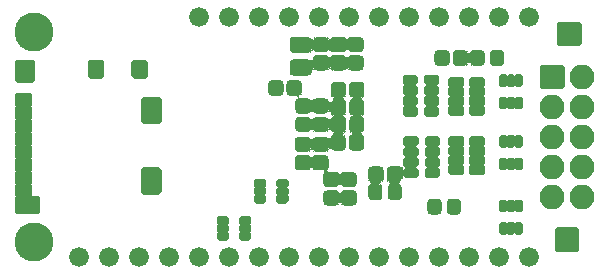
<source format=gbs>
G04 #@! TF.GenerationSoftware,KiCad,Pcbnew,(5.1.9)-1*
G04 #@! TF.CreationDate,2021-06-16T16:38:28+02:00*
G04 #@! TF.ProjectId,ADS1299Wing,41445331-3239-4395-9769-6e672e6b6963,rev?*
G04 #@! TF.SameCoordinates,Original*
G04 #@! TF.FileFunction,Soldermask,Bot*
G04 #@! TF.FilePolarity,Negative*
%FSLAX46Y46*%
G04 Gerber Fmt 4.6, Leading zero omitted, Abs format (unit mm)*
G04 Created by KiCad (PCBNEW (5.1.9)-1) date 2021-06-16 16:38:28*
%MOMM*%
%LPD*%
G01*
G04 APERTURE LIST*
%ADD10O,2.100000X2.100000*%
%ADD11C,3.301600*%
%ADD12C,1.676400*%
%ADD13C,0.100000*%
G04 APERTURE END LIST*
G36*
G01*
X123960000Y-100239000D02*
X123960000Y-98689000D01*
G75*
G02*
X124160000Y-98489000I200000J0D01*
G01*
X125510000Y-98489000D01*
G75*
G02*
X125710000Y-98689000I0J-200000D01*
G01*
X125710000Y-100239000D01*
G75*
G02*
X125510000Y-100439000I-200000J0D01*
G01*
X124160000Y-100439000D01*
G75*
G02*
X123960000Y-100239000I0J200000D01*
G01*
G37*
G36*
G01*
X130160000Y-99889000D02*
X130160000Y-98689000D01*
G75*
G02*
X130360000Y-98489000I200000J0D01*
G01*
X131360000Y-98489000D01*
G75*
G02*
X131560000Y-98689000I0J-200000D01*
G01*
X131560000Y-99889000D01*
G75*
G02*
X131360000Y-100089000I-200000J0D01*
G01*
X130360000Y-100089000D01*
G75*
G02*
X130160000Y-99889000I0J200000D01*
G01*
G37*
G36*
G01*
X133860000Y-99889000D02*
X133860000Y-98689000D01*
G75*
G02*
X134060000Y-98489000I200000J0D01*
G01*
X135060000Y-98489000D01*
G75*
G02*
X135260000Y-98689000I0J-200000D01*
G01*
X135260000Y-99889000D01*
G75*
G02*
X135060000Y-100089000I-200000J0D01*
G01*
X134060000Y-100089000D01*
G75*
G02*
X133860000Y-99889000I0J200000D01*
G01*
G37*
G36*
G01*
X134660000Y-103739000D02*
X134660000Y-101839000D01*
G75*
G02*
X134860000Y-101639000I200000J0D01*
G01*
X136210000Y-101639000D01*
G75*
G02*
X136410000Y-101839000I0J-200000D01*
G01*
X136410000Y-103739000D01*
G75*
G02*
X136210000Y-103939000I-200000J0D01*
G01*
X134860000Y-103939000D01*
G75*
G02*
X134660000Y-103739000I0J200000D01*
G01*
G37*
G36*
G01*
X134660000Y-109709000D02*
X134660000Y-107809000D01*
G75*
G02*
X134860000Y-107609000I200000J0D01*
G01*
X136210000Y-107609000D01*
G75*
G02*
X136410000Y-107809000I0J-200000D01*
G01*
X136410000Y-109709000D01*
G75*
G02*
X136210000Y-109909000I-200000J0D01*
G01*
X134860000Y-109909000D01*
G75*
G02*
X134660000Y-109709000I0J200000D01*
G01*
G37*
G36*
G01*
X125960000Y-111569000D02*
X124160000Y-111569000D01*
G75*
G02*
X123960000Y-111369000I0J200000D01*
G01*
X123960000Y-110199000D01*
G75*
G02*
X124160000Y-109999000I200000J0D01*
G01*
X125960000Y-109999000D01*
G75*
G02*
X126160000Y-110199000I0J-200000D01*
G01*
X126160000Y-111369000D01*
G75*
G02*
X125960000Y-111569000I-200000J0D01*
G01*
G37*
G36*
G01*
X125260000Y-110149000D02*
X124160000Y-110149000D01*
G75*
G02*
X123960000Y-109949000I0J200000D01*
G01*
X123960000Y-109199000D01*
G75*
G02*
X124160000Y-108999000I200000J0D01*
G01*
X125260000Y-108999000D01*
G75*
G02*
X125460000Y-109199000I0J-200000D01*
G01*
X125460000Y-109949000D01*
G75*
G02*
X125260000Y-110149000I-200000J0D01*
G01*
G37*
G36*
G01*
X125260000Y-109149000D02*
X124160000Y-109149000D01*
G75*
G02*
X123960000Y-108949000I0J200000D01*
G01*
X123960000Y-108099000D01*
G75*
G02*
X124160000Y-107899000I200000J0D01*
G01*
X125260000Y-107899000D01*
G75*
G02*
X125460000Y-108099000I0J-200000D01*
G01*
X125460000Y-108949000D01*
G75*
G02*
X125260000Y-109149000I-200000J0D01*
G01*
G37*
G36*
G01*
X125260000Y-108049000D02*
X124160000Y-108049000D01*
G75*
G02*
X123960000Y-107849000I0J200000D01*
G01*
X123960000Y-106999000D01*
G75*
G02*
X124160000Y-106799000I200000J0D01*
G01*
X125260000Y-106799000D01*
G75*
G02*
X125460000Y-106999000I0J-200000D01*
G01*
X125460000Y-107849000D01*
G75*
G02*
X125260000Y-108049000I-200000J0D01*
G01*
G37*
G36*
G01*
X125260000Y-106949000D02*
X124160000Y-106949000D01*
G75*
G02*
X123960000Y-106749000I0J200000D01*
G01*
X123960000Y-105899000D01*
G75*
G02*
X124160000Y-105699000I200000J0D01*
G01*
X125260000Y-105699000D01*
G75*
G02*
X125460000Y-105899000I0J-200000D01*
G01*
X125460000Y-106749000D01*
G75*
G02*
X125260000Y-106949000I-200000J0D01*
G01*
G37*
G36*
G01*
X125260000Y-105849000D02*
X124160000Y-105849000D01*
G75*
G02*
X123960000Y-105649000I0J200000D01*
G01*
X123960000Y-104799000D01*
G75*
G02*
X124160000Y-104599000I200000J0D01*
G01*
X125260000Y-104599000D01*
G75*
G02*
X125460000Y-104799000I0J-200000D01*
G01*
X125460000Y-105649000D01*
G75*
G02*
X125260000Y-105849000I-200000J0D01*
G01*
G37*
G36*
G01*
X125260000Y-104749000D02*
X124160000Y-104749000D01*
G75*
G02*
X123960000Y-104549000I0J200000D01*
G01*
X123960000Y-103699000D01*
G75*
G02*
X124160000Y-103499000I200000J0D01*
G01*
X125260000Y-103499000D01*
G75*
G02*
X125460000Y-103699000I0J-200000D01*
G01*
X125460000Y-104549000D01*
G75*
G02*
X125260000Y-104749000I-200000J0D01*
G01*
G37*
G36*
G01*
X125260000Y-103649000D02*
X124160000Y-103649000D01*
G75*
G02*
X123960000Y-103449000I0J200000D01*
G01*
X123960000Y-102599000D01*
G75*
G02*
X124160000Y-102399000I200000J0D01*
G01*
X125260000Y-102399000D01*
G75*
G02*
X125460000Y-102599000I0J-200000D01*
G01*
X125460000Y-103449000D01*
G75*
G02*
X125260000Y-103649000I-200000J0D01*
G01*
G37*
G36*
G01*
X125260000Y-102549000D02*
X124160000Y-102549000D01*
G75*
G02*
X123960000Y-102349000I0J200000D01*
G01*
X123960000Y-101499000D01*
G75*
G02*
X124160000Y-101299000I200000J0D01*
G01*
X125260000Y-101299000D01*
G75*
G02*
X125460000Y-101499000I0J-200000D01*
G01*
X125460000Y-102349000D01*
G75*
G02*
X125260000Y-102549000I-200000J0D01*
G01*
G37*
G36*
G01*
X169892000Y-97166800D02*
X169892000Y-95466800D01*
G75*
G02*
X170092000Y-95266800I200000J0D01*
G01*
X171792000Y-95266800D01*
G75*
G02*
X171992000Y-95466800I0J-200000D01*
G01*
X171992000Y-97166800D01*
G75*
G02*
X171792000Y-97366800I-200000J0D01*
G01*
X170092000Y-97366800D01*
G75*
G02*
X169892000Y-97166800I0J200000D01*
G01*
G37*
G36*
G01*
X169688800Y-114591200D02*
X169688800Y-112891200D01*
G75*
G02*
X169888800Y-112691200I200000J0D01*
G01*
X171588800Y-112691200D01*
G75*
G02*
X171788800Y-112891200I0J-200000D01*
G01*
X171788800Y-114591200D01*
G75*
G02*
X171588800Y-114791200I-200000J0D01*
G01*
X169888800Y-114791200D01*
G75*
G02*
X169688800Y-114591200I0J200000D01*
G01*
G37*
G36*
G01*
X162359400Y-97998800D02*
X162359400Y-98698800D01*
G75*
G02*
X162034400Y-99023800I-325000J0D01*
G01*
X161384400Y-99023800D01*
G75*
G02*
X161059400Y-98698800I0J325000D01*
G01*
X161059400Y-97998800D01*
G75*
G02*
X161384400Y-97673800I325000J0D01*
G01*
X162034400Y-97673800D01*
G75*
G02*
X162359400Y-97998800I0J-325000D01*
G01*
G37*
G36*
G01*
X160809400Y-97998800D02*
X160809400Y-98698800D01*
G75*
G02*
X160484400Y-99023800I-325000J0D01*
G01*
X159834400Y-99023800D01*
G75*
G02*
X159509400Y-98698800I0J325000D01*
G01*
X159509400Y-97998800D01*
G75*
G02*
X159834400Y-97673800I325000J0D01*
G01*
X160484400Y-97673800D01*
G75*
G02*
X160809400Y-97998800I0J-325000D01*
G01*
G37*
G36*
G01*
X145437800Y-101238800D02*
X145437800Y-100538800D01*
G75*
G02*
X145762800Y-100213800I325000J0D01*
G01*
X146412800Y-100213800D01*
G75*
G02*
X146737800Y-100538800I0J-325000D01*
G01*
X146737800Y-101238800D01*
G75*
G02*
X146412800Y-101563800I-325000J0D01*
G01*
X145762800Y-101563800D01*
G75*
G02*
X145437800Y-101238800I0J325000D01*
G01*
G37*
G36*
G01*
X146987800Y-101238800D02*
X146987800Y-100538800D01*
G75*
G02*
X147312800Y-100213800I325000J0D01*
G01*
X147962800Y-100213800D01*
G75*
G02*
X148287800Y-100538800I0J-325000D01*
G01*
X148287800Y-101238800D01*
G75*
G02*
X147962800Y-101563800I-325000J0D01*
G01*
X147312800Y-101563800D01*
G75*
G02*
X146987800Y-101238800I0J325000D01*
G01*
G37*
G36*
G01*
X150424400Y-109548200D02*
X151124400Y-109548200D01*
G75*
G02*
X151449400Y-109873200I0J-325000D01*
G01*
X151449400Y-110523200D01*
G75*
G02*
X151124400Y-110848200I-325000J0D01*
G01*
X150424400Y-110848200D01*
G75*
G02*
X150099400Y-110523200I0J325000D01*
G01*
X150099400Y-109873200D01*
G75*
G02*
X150424400Y-109548200I325000J0D01*
G01*
G37*
G36*
G01*
X150424400Y-107998200D02*
X151124400Y-107998200D01*
G75*
G02*
X151449400Y-108323200I0J-325000D01*
G01*
X151449400Y-108973200D01*
G75*
G02*
X151124400Y-109298200I-325000J0D01*
G01*
X150424400Y-109298200D01*
G75*
G02*
X150099400Y-108973200I0J325000D01*
G01*
X150099400Y-108323200D01*
G75*
G02*
X150424400Y-107998200I325000J0D01*
G01*
G37*
D10*
X172021500Y-110123600D03*
X169481500Y-110123600D03*
X172021500Y-107583600D03*
X169481500Y-107583600D03*
X172021500Y-105043600D03*
X169481500Y-105043600D03*
X172021500Y-102503600D03*
X169481500Y-102503600D03*
X172021500Y-99963600D03*
G36*
G01*
X168431500Y-100813600D02*
X168431500Y-99113600D01*
G75*
G02*
X168631500Y-98913600I200000J0D01*
G01*
X170331500Y-98913600D01*
G75*
G02*
X170531500Y-99113600I0J-200000D01*
G01*
X170531500Y-100813600D01*
G75*
G02*
X170331500Y-101013600I-200000J0D01*
G01*
X168631500Y-101013600D01*
G75*
G02*
X168431500Y-100813600I0J200000D01*
G01*
G37*
G36*
G01*
X163757400Y-97973800D02*
X163757400Y-98723800D01*
G75*
G02*
X163457400Y-99023800I-300000J0D01*
G01*
X162857400Y-99023800D01*
G75*
G02*
X162557400Y-98723800I0J300000D01*
G01*
X162557400Y-97973800D01*
G75*
G02*
X162857400Y-97673800I300000J0D01*
G01*
X163457400Y-97673800D01*
G75*
G02*
X163757400Y-97973800I0J-300000D01*
G01*
G37*
G36*
G01*
X165407400Y-97973800D02*
X165407400Y-98723800D01*
G75*
G02*
X165107400Y-99023800I-300000J0D01*
G01*
X164507400Y-99023800D01*
G75*
G02*
X164207400Y-98723800I0J300000D01*
G01*
X164207400Y-97973800D01*
G75*
G02*
X164507400Y-97673800I300000J0D01*
G01*
X165107400Y-97673800D01*
G75*
G02*
X165407400Y-97973800I0J-300000D01*
G01*
G37*
G36*
G01*
X160112500Y-110559500D02*
X160112500Y-111309500D01*
G75*
G02*
X159812500Y-111609500I-300000J0D01*
G01*
X159212500Y-111609500D01*
G75*
G02*
X158912500Y-111309500I0J300000D01*
G01*
X158912500Y-110559500D01*
G75*
G02*
X159212500Y-110259500I300000J0D01*
G01*
X159812500Y-110259500D01*
G75*
G02*
X160112500Y-110559500I0J-300000D01*
G01*
G37*
G36*
G01*
X161762500Y-110559500D02*
X161762500Y-111309500D01*
G75*
G02*
X161462500Y-111609500I-300000J0D01*
G01*
X160862500Y-111609500D01*
G75*
G02*
X160562500Y-111309500I0J300000D01*
G01*
X160562500Y-110559500D01*
G75*
G02*
X160862500Y-110259500I300000J0D01*
G01*
X161462500Y-110259500D01*
G75*
G02*
X161762500Y-110559500I0J-300000D01*
G01*
G37*
G36*
G01*
X152507200Y-96568200D02*
X153207200Y-96568200D01*
G75*
G02*
X153532200Y-96893200I0J-325000D01*
G01*
X153532200Y-97543200D01*
G75*
G02*
X153207200Y-97868200I-325000J0D01*
G01*
X152507200Y-97868200D01*
G75*
G02*
X152182200Y-97543200I0J325000D01*
G01*
X152182200Y-96893200D01*
G75*
G02*
X152507200Y-96568200I325000J0D01*
G01*
G37*
G36*
G01*
X152507200Y-98118200D02*
X153207200Y-98118200D01*
G75*
G02*
X153532200Y-98443200I0J-325000D01*
G01*
X153532200Y-99093200D01*
G75*
G02*
X153207200Y-99418200I-325000J0D01*
G01*
X152507200Y-99418200D01*
G75*
G02*
X152182200Y-99093200I0J325000D01*
G01*
X152182200Y-98443200D01*
G75*
G02*
X152507200Y-98118200I325000J0D01*
G01*
G37*
G36*
G01*
X150222700Y-106313700D02*
X149522700Y-106313700D01*
G75*
G02*
X149197700Y-105988700I0J325000D01*
G01*
X149197700Y-105338700D01*
G75*
G02*
X149522700Y-105013700I325000J0D01*
G01*
X150222700Y-105013700D01*
G75*
G02*
X150547700Y-105338700I0J-325000D01*
G01*
X150547700Y-105988700D01*
G75*
G02*
X150222700Y-106313700I-325000J0D01*
G01*
G37*
G36*
G01*
X150222700Y-107863700D02*
X149522700Y-107863700D01*
G75*
G02*
X149197700Y-107538700I0J325000D01*
G01*
X149197700Y-106888700D01*
G75*
G02*
X149522700Y-106563700I325000J0D01*
G01*
X150222700Y-106563700D01*
G75*
G02*
X150547700Y-106888700I0J-325000D01*
G01*
X150547700Y-107538700D01*
G75*
G02*
X150222700Y-107863700I-325000J0D01*
G01*
G37*
G36*
G01*
X159984199Y-105155200D02*
X159984199Y-105664800D01*
G75*
G02*
X159784199Y-105864800I-200000J0D01*
G01*
X158896199Y-105864800D01*
G75*
G02*
X158696199Y-105664800I0J200000D01*
G01*
X158696199Y-105155200D01*
G75*
G02*
X158896199Y-104955200I200000J0D01*
G01*
X159784199Y-104955200D01*
G75*
G02*
X159984199Y-105155200I0J-200000D01*
G01*
G37*
G36*
G01*
X159984199Y-106044200D02*
X159984199Y-106553800D01*
G75*
G02*
X159784199Y-106753800I-200000J0D01*
G01*
X158896199Y-106753800D01*
G75*
G02*
X158696199Y-106553800I0J200000D01*
G01*
X158696199Y-106044200D01*
G75*
G02*
X158896199Y-105844200I200000J0D01*
G01*
X159784199Y-105844200D01*
G75*
G02*
X159984199Y-106044200I0J-200000D01*
G01*
G37*
G36*
G01*
X159984199Y-106933200D02*
X159984199Y-107442800D01*
G75*
G02*
X159784199Y-107642800I-200000J0D01*
G01*
X158896199Y-107642800D01*
G75*
G02*
X158696199Y-107442800I0J200000D01*
G01*
X158696199Y-106933200D01*
G75*
G02*
X158896199Y-106733200I200000J0D01*
G01*
X159784199Y-106733200D01*
G75*
G02*
X159984199Y-106933200I0J-200000D01*
G01*
G37*
G36*
G01*
X159984199Y-107822200D02*
X159984199Y-108331800D01*
G75*
G02*
X159784199Y-108531800I-200000J0D01*
G01*
X158896199Y-108531800D01*
G75*
G02*
X158696199Y-108331800I0J200000D01*
G01*
X158696199Y-107822200D01*
G75*
G02*
X158896199Y-107622200I200000J0D01*
G01*
X159784199Y-107622200D01*
G75*
G02*
X159984199Y-107822200I0J-200000D01*
G01*
G37*
G36*
G01*
X158168801Y-107822200D02*
X158168801Y-108331800D01*
G75*
G02*
X157968801Y-108531800I-200000J0D01*
G01*
X157080801Y-108531800D01*
G75*
G02*
X156880801Y-108331800I0J200000D01*
G01*
X156880801Y-107822200D01*
G75*
G02*
X157080801Y-107622200I200000J0D01*
G01*
X157968801Y-107622200D01*
G75*
G02*
X158168801Y-107822200I0J-200000D01*
G01*
G37*
G36*
G01*
X158168801Y-106933200D02*
X158168801Y-107442800D01*
G75*
G02*
X157968801Y-107642800I-200000J0D01*
G01*
X157080801Y-107642800D01*
G75*
G02*
X156880801Y-107442800I0J200000D01*
G01*
X156880801Y-106933200D01*
G75*
G02*
X157080801Y-106733200I200000J0D01*
G01*
X157968801Y-106733200D01*
G75*
G02*
X158168801Y-106933200I0J-200000D01*
G01*
G37*
G36*
G01*
X158168801Y-106044200D02*
X158168801Y-106553800D01*
G75*
G02*
X157968801Y-106753800I-200000J0D01*
G01*
X157080801Y-106753800D01*
G75*
G02*
X156880801Y-106553800I0J200000D01*
G01*
X156880801Y-106044200D01*
G75*
G02*
X157080801Y-105844200I200000J0D01*
G01*
X157968801Y-105844200D01*
G75*
G02*
X158168801Y-106044200I0J-200000D01*
G01*
G37*
G36*
G01*
X158168801Y-105155200D02*
X158168801Y-105664800D01*
G75*
G02*
X157968801Y-105864800I-200000J0D01*
G01*
X157080801Y-105864800D01*
G75*
G02*
X156880801Y-105664800I0J200000D01*
G01*
X156880801Y-105155200D01*
G75*
G02*
X157080801Y-104955200I200000J0D01*
G01*
X157968801Y-104955200D01*
G75*
G02*
X158168801Y-105155200I0J-200000D01*
G01*
G37*
G36*
G01*
X165139000Y-106787500D02*
X165539000Y-106787500D01*
G75*
G02*
X165739000Y-106987500I0J-200000D01*
G01*
X165739000Y-107637500D01*
G75*
G02*
X165539000Y-107837500I-200000J0D01*
G01*
X165139000Y-107837500D01*
G75*
G02*
X164939000Y-107637500I0J200000D01*
G01*
X164939000Y-106987500D01*
G75*
G02*
X165139000Y-106787500I200000J0D01*
G01*
G37*
G36*
G01*
X166439000Y-106787500D02*
X166839000Y-106787500D01*
G75*
G02*
X167039000Y-106987500I0J-200000D01*
G01*
X167039000Y-107637500D01*
G75*
G02*
X166839000Y-107837500I-200000J0D01*
G01*
X166439000Y-107837500D01*
G75*
G02*
X166239000Y-107637500I0J200000D01*
G01*
X166239000Y-106987500D01*
G75*
G02*
X166439000Y-106787500I200000J0D01*
G01*
G37*
G36*
G01*
X165789000Y-104887500D02*
X166189000Y-104887500D01*
G75*
G02*
X166389000Y-105087500I0J-200000D01*
G01*
X166389000Y-105737500D01*
G75*
G02*
X166189000Y-105937500I-200000J0D01*
G01*
X165789000Y-105937500D01*
G75*
G02*
X165589000Y-105737500I0J200000D01*
G01*
X165589000Y-105087500D01*
G75*
G02*
X165789000Y-104887500I200000J0D01*
G01*
G37*
G36*
G01*
X165789000Y-106787500D02*
X166189000Y-106787500D01*
G75*
G02*
X166389000Y-106987500I0J-200000D01*
G01*
X166389000Y-107637500D01*
G75*
G02*
X166189000Y-107837500I-200000J0D01*
G01*
X165789000Y-107837500D01*
G75*
G02*
X165589000Y-107637500I0J200000D01*
G01*
X165589000Y-106987500D01*
G75*
G02*
X165789000Y-106787500I200000J0D01*
G01*
G37*
G36*
G01*
X166439000Y-104887500D02*
X166839000Y-104887500D01*
G75*
G02*
X167039000Y-105087500I0J-200000D01*
G01*
X167039000Y-105737500D01*
G75*
G02*
X166839000Y-105937500I-200000J0D01*
G01*
X166439000Y-105937500D01*
G75*
G02*
X166239000Y-105737500I0J200000D01*
G01*
X166239000Y-105087500D01*
G75*
G02*
X166439000Y-104887500I200000J0D01*
G01*
G37*
G36*
G01*
X165139000Y-104887500D02*
X165539000Y-104887500D01*
G75*
G02*
X165739000Y-105087500I0J-200000D01*
G01*
X165739000Y-105737500D01*
G75*
G02*
X165539000Y-105937500I-200000J0D01*
G01*
X165139000Y-105937500D01*
G75*
G02*
X164939000Y-105737500I0J200000D01*
G01*
X164939000Y-105087500D01*
G75*
G02*
X165139000Y-104887500I200000J0D01*
G01*
G37*
G36*
G01*
X158105301Y-99948200D02*
X158105301Y-100457800D01*
G75*
G02*
X157905301Y-100657800I-200000J0D01*
G01*
X157017301Y-100657800D01*
G75*
G02*
X156817301Y-100457800I0J200000D01*
G01*
X156817301Y-99948200D01*
G75*
G02*
X157017301Y-99748200I200000J0D01*
G01*
X157905301Y-99748200D01*
G75*
G02*
X158105301Y-99948200I0J-200000D01*
G01*
G37*
G36*
G01*
X158105301Y-100837200D02*
X158105301Y-101346800D01*
G75*
G02*
X157905301Y-101546800I-200000J0D01*
G01*
X157017301Y-101546800D01*
G75*
G02*
X156817301Y-101346800I0J200000D01*
G01*
X156817301Y-100837200D01*
G75*
G02*
X157017301Y-100637200I200000J0D01*
G01*
X157905301Y-100637200D01*
G75*
G02*
X158105301Y-100837200I0J-200000D01*
G01*
G37*
G36*
G01*
X158105301Y-101726200D02*
X158105301Y-102235800D01*
G75*
G02*
X157905301Y-102435800I-200000J0D01*
G01*
X157017301Y-102435800D01*
G75*
G02*
X156817301Y-102235800I0J200000D01*
G01*
X156817301Y-101726200D01*
G75*
G02*
X157017301Y-101526200I200000J0D01*
G01*
X157905301Y-101526200D01*
G75*
G02*
X158105301Y-101726200I0J-200000D01*
G01*
G37*
G36*
G01*
X158105301Y-102615200D02*
X158105301Y-103124800D01*
G75*
G02*
X157905301Y-103324800I-200000J0D01*
G01*
X157017301Y-103324800D01*
G75*
G02*
X156817301Y-103124800I0J200000D01*
G01*
X156817301Y-102615200D01*
G75*
G02*
X157017301Y-102415200I200000J0D01*
G01*
X157905301Y-102415200D01*
G75*
G02*
X158105301Y-102615200I0J-200000D01*
G01*
G37*
G36*
G01*
X159920699Y-102615200D02*
X159920699Y-103124800D01*
G75*
G02*
X159720699Y-103324800I-200000J0D01*
G01*
X158832699Y-103324800D01*
G75*
G02*
X158632699Y-103124800I0J200000D01*
G01*
X158632699Y-102615200D01*
G75*
G02*
X158832699Y-102415200I200000J0D01*
G01*
X159720699Y-102415200D01*
G75*
G02*
X159920699Y-102615200I0J-200000D01*
G01*
G37*
G36*
G01*
X159920699Y-101726200D02*
X159920699Y-102235800D01*
G75*
G02*
X159720699Y-102435800I-200000J0D01*
G01*
X158832699Y-102435800D01*
G75*
G02*
X158632699Y-102235800I0J200000D01*
G01*
X158632699Y-101726200D01*
G75*
G02*
X158832699Y-101526200I200000J0D01*
G01*
X159720699Y-101526200D01*
G75*
G02*
X159920699Y-101726200I0J-200000D01*
G01*
G37*
G36*
G01*
X159920699Y-100837200D02*
X159920699Y-101346800D01*
G75*
G02*
X159720699Y-101546800I-200000J0D01*
G01*
X158832699Y-101546800D01*
G75*
G02*
X158632699Y-101346800I0J200000D01*
G01*
X158632699Y-100837200D01*
G75*
G02*
X158832699Y-100637200I200000J0D01*
G01*
X159720699Y-100637200D01*
G75*
G02*
X159920699Y-100837200I0J-200000D01*
G01*
G37*
G36*
G01*
X159920699Y-99948200D02*
X159920699Y-100457800D01*
G75*
G02*
X159720699Y-100657800I-200000J0D01*
G01*
X158832699Y-100657800D01*
G75*
G02*
X158632699Y-100457800I0J200000D01*
G01*
X158632699Y-99948200D01*
G75*
G02*
X158832699Y-99748200I200000J0D01*
G01*
X159720699Y-99748200D01*
G75*
G02*
X159920699Y-99948200I0J-200000D01*
G01*
G37*
G36*
G01*
X151034000Y-96568200D02*
X151734000Y-96568200D01*
G75*
G02*
X152059000Y-96893200I0J-325000D01*
G01*
X152059000Y-97543200D01*
G75*
G02*
X151734000Y-97868200I-325000J0D01*
G01*
X151034000Y-97868200D01*
G75*
G02*
X150709000Y-97543200I0J325000D01*
G01*
X150709000Y-96893200D01*
G75*
G02*
X151034000Y-96568200I325000J0D01*
G01*
G37*
G36*
G01*
X151034000Y-98118200D02*
X151734000Y-98118200D01*
G75*
G02*
X152059000Y-98443200I0J-325000D01*
G01*
X152059000Y-99093200D01*
G75*
G02*
X151734000Y-99418200I-325000J0D01*
G01*
X151034000Y-99418200D01*
G75*
G02*
X150709000Y-99093200I0J325000D01*
G01*
X150709000Y-98443200D01*
G75*
G02*
X151034000Y-98118200I325000J0D01*
G01*
G37*
G36*
G01*
X151923000Y-109548200D02*
X152623000Y-109548200D01*
G75*
G02*
X152948000Y-109873200I0J-325000D01*
G01*
X152948000Y-110523200D01*
G75*
G02*
X152623000Y-110848200I-325000J0D01*
G01*
X151923000Y-110848200D01*
G75*
G02*
X151598000Y-110523200I0J325000D01*
G01*
X151598000Y-109873200D01*
G75*
G02*
X151923000Y-109548200I325000J0D01*
G01*
G37*
G36*
G01*
X151923000Y-107998200D02*
X152623000Y-107998200D01*
G75*
G02*
X152948000Y-108323200I0J-325000D01*
G01*
X152948000Y-108973200D01*
G75*
G02*
X152623000Y-109298200I-325000J0D01*
G01*
X151923000Y-109298200D01*
G75*
G02*
X151598000Y-108973200I0J325000D01*
G01*
X151598000Y-108323200D01*
G75*
G02*
X151923000Y-107998200I325000J0D01*
G01*
G37*
G36*
G01*
X147608600Y-96546400D02*
X148758600Y-96546400D01*
G75*
G02*
X149108600Y-96896400I0J-350000D01*
G01*
X149108600Y-97596400D01*
G75*
G02*
X148758600Y-97946400I-350000J0D01*
G01*
X147608600Y-97946400D01*
G75*
G02*
X147258600Y-97596400I0J350000D01*
G01*
X147258600Y-96896400D01*
G75*
G02*
X147608600Y-96546400I350000J0D01*
G01*
G37*
G36*
G01*
X147608600Y-98446400D02*
X148758600Y-98446400D01*
G75*
G02*
X149108600Y-98796400I0J-350000D01*
G01*
X149108600Y-99496400D01*
G75*
G02*
X148758600Y-99846400I-350000J0D01*
G01*
X147608600Y-99846400D01*
G75*
G02*
X147258600Y-99496400I0J350000D01*
G01*
X147258600Y-98796400D01*
G75*
G02*
X147608600Y-98446400I350000J0D01*
G01*
G37*
G36*
G01*
X149560800Y-98118200D02*
X150260800Y-98118200D01*
G75*
G02*
X150585800Y-98443200I0J-325000D01*
G01*
X150585800Y-99093200D01*
G75*
G02*
X150260800Y-99418200I-325000J0D01*
G01*
X149560800Y-99418200D01*
G75*
G02*
X149235800Y-99093200I0J325000D01*
G01*
X149235800Y-98443200D01*
G75*
G02*
X149560800Y-98118200I325000J0D01*
G01*
G37*
G36*
G01*
X149560800Y-96568200D02*
X150260800Y-96568200D01*
G75*
G02*
X150585800Y-96893200I0J-325000D01*
G01*
X150585800Y-97543200D01*
G75*
G02*
X150260800Y-97868200I-325000J0D01*
G01*
X149560800Y-97868200D01*
G75*
G02*
X149235800Y-97543200I0J325000D01*
G01*
X149235800Y-96893200D01*
G75*
G02*
X149560800Y-96568200I325000J0D01*
G01*
G37*
G36*
G01*
X148062200Y-101775200D02*
X148762200Y-101775200D01*
G75*
G02*
X149087200Y-102100200I0J-325000D01*
G01*
X149087200Y-102750200D01*
G75*
G02*
X148762200Y-103075200I-325000J0D01*
G01*
X148062200Y-103075200D01*
G75*
G02*
X147737200Y-102750200I0J325000D01*
G01*
X147737200Y-102100200D01*
G75*
G02*
X148062200Y-101775200I325000J0D01*
G01*
G37*
G36*
G01*
X148062200Y-103325200D02*
X148762200Y-103325200D01*
G75*
G02*
X149087200Y-103650200I0J-325000D01*
G01*
X149087200Y-104300200D01*
G75*
G02*
X148762200Y-104625200I-325000J0D01*
G01*
X148062200Y-104625200D01*
G75*
G02*
X147737200Y-104300200I0J325000D01*
G01*
X147737200Y-103650200D01*
G75*
G02*
X148062200Y-103325200I325000J0D01*
G01*
G37*
G36*
G01*
X149522700Y-103325200D02*
X150222700Y-103325200D01*
G75*
G02*
X150547700Y-103650200I0J-325000D01*
G01*
X150547700Y-104300200D01*
G75*
G02*
X150222700Y-104625200I-325000J0D01*
G01*
X149522700Y-104625200D01*
G75*
G02*
X149197700Y-104300200I0J325000D01*
G01*
X149197700Y-103650200D01*
G75*
G02*
X149522700Y-103325200I325000J0D01*
G01*
G37*
G36*
G01*
X149522700Y-101775200D02*
X150222700Y-101775200D01*
G75*
G02*
X150547700Y-102100200I0J-325000D01*
G01*
X150547700Y-102750200D01*
G75*
G02*
X150222700Y-103075200I-325000J0D01*
G01*
X149522700Y-103075200D01*
G75*
G02*
X149197700Y-102750200I0J325000D01*
G01*
X149197700Y-102100200D01*
G75*
G02*
X149522700Y-101775200I325000J0D01*
G01*
G37*
G36*
G01*
X152033700Y-103663000D02*
X152033700Y-104363000D01*
G75*
G02*
X151708700Y-104688000I-325000J0D01*
G01*
X151058700Y-104688000D01*
G75*
G02*
X150733700Y-104363000I0J325000D01*
G01*
X150733700Y-103663000D01*
G75*
G02*
X151058700Y-103338000I325000J0D01*
G01*
X151708700Y-103338000D01*
G75*
G02*
X152033700Y-103663000I0J-325000D01*
G01*
G37*
G36*
G01*
X153583700Y-103663000D02*
X153583700Y-104363000D01*
G75*
G02*
X153258700Y-104688000I-325000J0D01*
G01*
X152608700Y-104688000D01*
G75*
G02*
X152283700Y-104363000I0J325000D01*
G01*
X152283700Y-103663000D01*
G75*
G02*
X152608700Y-103338000I325000J0D01*
G01*
X153258700Y-103338000D01*
G75*
G02*
X153583700Y-103663000I0J-325000D01*
G01*
G37*
G36*
G01*
X153571000Y-105187000D02*
X153571000Y-105887000D01*
G75*
G02*
X153246000Y-106212000I-325000J0D01*
G01*
X152596000Y-106212000D01*
G75*
G02*
X152271000Y-105887000I0J325000D01*
G01*
X152271000Y-105187000D01*
G75*
G02*
X152596000Y-104862000I325000J0D01*
G01*
X153246000Y-104862000D01*
G75*
G02*
X153571000Y-105187000I0J-325000D01*
G01*
G37*
G36*
G01*
X152021000Y-105187000D02*
X152021000Y-105887000D01*
G75*
G02*
X151696000Y-106212000I-325000J0D01*
G01*
X151046000Y-106212000D01*
G75*
G02*
X150721000Y-105887000I0J325000D01*
G01*
X150721000Y-105187000D01*
G75*
G02*
X151046000Y-104862000I325000J0D01*
G01*
X151696000Y-104862000D01*
G75*
G02*
X152021000Y-105187000I0J-325000D01*
G01*
G37*
G36*
G01*
X153583700Y-102202500D02*
X153583700Y-102902500D01*
G75*
G02*
X153258700Y-103227500I-325000J0D01*
G01*
X152608700Y-103227500D01*
G75*
G02*
X152283700Y-102902500I0J325000D01*
G01*
X152283700Y-102202500D01*
G75*
G02*
X152608700Y-101877500I325000J0D01*
G01*
X153258700Y-101877500D01*
G75*
G02*
X153583700Y-102202500I0J-325000D01*
G01*
G37*
G36*
G01*
X152033700Y-102202500D02*
X152033700Y-102902500D01*
G75*
G02*
X151708700Y-103227500I-325000J0D01*
G01*
X151058700Y-103227500D01*
G75*
G02*
X150733700Y-102902500I0J325000D01*
G01*
X150733700Y-102202500D01*
G75*
G02*
X151058700Y-101877500I325000J0D01*
G01*
X151708700Y-101877500D01*
G75*
G02*
X152033700Y-102202500I0J-325000D01*
G01*
G37*
G36*
G01*
X152033700Y-100678500D02*
X152033700Y-101378500D01*
G75*
G02*
X151708700Y-101703500I-325000J0D01*
G01*
X151058700Y-101703500D01*
G75*
G02*
X150733700Y-101378500I0J325000D01*
G01*
X150733700Y-100678500D01*
G75*
G02*
X151058700Y-100353500I325000J0D01*
G01*
X151708700Y-100353500D01*
G75*
G02*
X152033700Y-100678500I0J-325000D01*
G01*
G37*
G36*
G01*
X153583700Y-100678500D02*
X153583700Y-101378500D01*
G75*
G02*
X153258700Y-101703500I-325000J0D01*
G01*
X152608700Y-101703500D01*
G75*
G02*
X152283700Y-101378500I0J325000D01*
G01*
X152283700Y-100678500D01*
G75*
G02*
X152608700Y-100353500I325000J0D01*
G01*
X153258700Y-100353500D01*
G75*
G02*
X153583700Y-100678500I0J-325000D01*
G01*
G37*
G36*
G01*
X148698700Y-107863700D02*
X147998700Y-107863700D01*
G75*
G02*
X147673700Y-107538700I0J325000D01*
G01*
X147673700Y-106888700D01*
G75*
G02*
X147998700Y-106563700I325000J0D01*
G01*
X148698700Y-106563700D01*
G75*
G02*
X149023700Y-106888700I0J-325000D01*
G01*
X149023700Y-107538700D01*
G75*
G02*
X148698700Y-107863700I-325000J0D01*
G01*
G37*
G36*
G01*
X148698700Y-106313700D02*
X147998700Y-106313700D01*
G75*
G02*
X147673700Y-105988700I0J325000D01*
G01*
X147673700Y-105338700D01*
G75*
G02*
X147998700Y-105013700I325000J0D01*
G01*
X148698700Y-105013700D01*
G75*
G02*
X149023700Y-105338700I0J-325000D01*
G01*
X149023700Y-105988700D01*
G75*
G02*
X148698700Y-106313700I-325000J0D01*
G01*
G37*
G36*
G01*
X155208700Y-107841300D02*
X155208700Y-108541300D01*
G75*
G02*
X154883700Y-108866300I-325000J0D01*
G01*
X154233700Y-108866300D01*
G75*
G02*
X153908700Y-108541300I0J325000D01*
G01*
X153908700Y-107841300D01*
G75*
G02*
X154233700Y-107516300I325000J0D01*
G01*
X154883700Y-107516300D01*
G75*
G02*
X155208700Y-107841300I0J-325000D01*
G01*
G37*
G36*
G01*
X156758700Y-107841300D02*
X156758700Y-108541300D01*
G75*
G02*
X156433700Y-108866300I-325000J0D01*
G01*
X155783700Y-108866300D01*
G75*
G02*
X155458700Y-108541300I0J325000D01*
G01*
X155458700Y-107841300D01*
G75*
G02*
X155783700Y-107516300I325000J0D01*
G01*
X156433700Y-107516300D01*
G75*
G02*
X156758700Y-107841300I0J-325000D01*
G01*
G37*
G36*
G01*
X162052500Y-100135000D02*
X162052500Y-100665000D01*
G75*
G02*
X161852500Y-100865000I-200000J0D01*
G01*
X160882500Y-100865000D01*
G75*
G02*
X160682500Y-100665000I0J200000D01*
G01*
X160682500Y-100135000D01*
G75*
G02*
X160882500Y-99935000I200000J0D01*
G01*
X161852500Y-99935000D01*
G75*
G02*
X162052500Y-100135000I0J-200000D01*
G01*
G37*
G36*
G01*
X162052500Y-100935000D02*
X162052500Y-101465000D01*
G75*
G02*
X161852500Y-101665000I-200000J0D01*
G01*
X160882500Y-101665000D01*
G75*
G02*
X160682500Y-101465000I0J200000D01*
G01*
X160682500Y-100935000D01*
G75*
G02*
X160882500Y-100735000I200000J0D01*
G01*
X161852500Y-100735000D01*
G75*
G02*
X162052500Y-100935000I0J-200000D01*
G01*
G37*
G36*
G01*
X162052500Y-101735000D02*
X162052500Y-102265000D01*
G75*
G02*
X161852500Y-102465000I-200000J0D01*
G01*
X160882500Y-102465000D01*
G75*
G02*
X160682500Y-102265000I0J200000D01*
G01*
X160682500Y-101735000D01*
G75*
G02*
X160882500Y-101535000I200000J0D01*
G01*
X161852500Y-101535000D01*
G75*
G02*
X162052500Y-101735000I0J-200000D01*
G01*
G37*
G36*
G01*
X162052500Y-102535000D02*
X162052500Y-103065000D01*
G75*
G02*
X161852500Y-103265000I-200000J0D01*
G01*
X160882500Y-103265000D01*
G75*
G02*
X160682500Y-103065000I0J200000D01*
G01*
X160682500Y-102535000D01*
G75*
G02*
X160882500Y-102335000I200000J0D01*
G01*
X161852500Y-102335000D01*
G75*
G02*
X162052500Y-102535000I0J-200000D01*
G01*
G37*
G36*
G01*
X163802500Y-102535000D02*
X163802500Y-103065000D01*
G75*
G02*
X163602500Y-103265000I-200000J0D01*
G01*
X162632500Y-103265000D01*
G75*
G02*
X162432500Y-103065000I0J200000D01*
G01*
X162432500Y-102535000D01*
G75*
G02*
X162632500Y-102335000I200000J0D01*
G01*
X163602500Y-102335000D01*
G75*
G02*
X163802500Y-102535000I0J-200000D01*
G01*
G37*
G36*
G01*
X163802500Y-101735000D02*
X163802500Y-102265000D01*
G75*
G02*
X163602500Y-102465000I-200000J0D01*
G01*
X162632500Y-102465000D01*
G75*
G02*
X162432500Y-102265000I0J200000D01*
G01*
X162432500Y-101735000D01*
G75*
G02*
X162632500Y-101535000I200000J0D01*
G01*
X163602500Y-101535000D01*
G75*
G02*
X163802500Y-101735000I0J-200000D01*
G01*
G37*
G36*
G01*
X163802500Y-100935000D02*
X163802500Y-101465000D01*
G75*
G02*
X163602500Y-101665000I-200000J0D01*
G01*
X162632500Y-101665000D01*
G75*
G02*
X162432500Y-101465000I0J200000D01*
G01*
X162432500Y-100935000D01*
G75*
G02*
X162632500Y-100735000I200000J0D01*
G01*
X163602500Y-100735000D01*
G75*
G02*
X163802500Y-100935000I0J-200000D01*
G01*
G37*
G36*
G01*
X163802500Y-100135000D02*
X163802500Y-100665000D01*
G75*
G02*
X163602500Y-100865000I-200000J0D01*
G01*
X162632500Y-100865000D01*
G75*
G02*
X162432500Y-100665000I0J200000D01*
G01*
X162432500Y-100135000D01*
G75*
G02*
X162632500Y-99935000I200000J0D01*
G01*
X163602500Y-99935000D01*
G75*
G02*
X163802500Y-100135000I0J-200000D01*
G01*
G37*
G36*
G01*
X163802500Y-105151500D02*
X163802500Y-105681500D01*
G75*
G02*
X163602500Y-105881500I-200000J0D01*
G01*
X162632500Y-105881500D01*
G75*
G02*
X162432500Y-105681500I0J200000D01*
G01*
X162432500Y-105151500D01*
G75*
G02*
X162632500Y-104951500I200000J0D01*
G01*
X163602500Y-104951500D01*
G75*
G02*
X163802500Y-105151500I0J-200000D01*
G01*
G37*
G36*
G01*
X163802500Y-105951500D02*
X163802500Y-106481500D01*
G75*
G02*
X163602500Y-106681500I-200000J0D01*
G01*
X162632500Y-106681500D01*
G75*
G02*
X162432500Y-106481500I0J200000D01*
G01*
X162432500Y-105951500D01*
G75*
G02*
X162632500Y-105751500I200000J0D01*
G01*
X163602500Y-105751500D01*
G75*
G02*
X163802500Y-105951500I0J-200000D01*
G01*
G37*
G36*
G01*
X163802500Y-106751500D02*
X163802500Y-107281500D01*
G75*
G02*
X163602500Y-107481500I-200000J0D01*
G01*
X162632500Y-107481500D01*
G75*
G02*
X162432500Y-107281500I0J200000D01*
G01*
X162432500Y-106751500D01*
G75*
G02*
X162632500Y-106551500I200000J0D01*
G01*
X163602500Y-106551500D01*
G75*
G02*
X163802500Y-106751500I0J-200000D01*
G01*
G37*
G36*
G01*
X163802500Y-107551500D02*
X163802500Y-108081500D01*
G75*
G02*
X163602500Y-108281500I-200000J0D01*
G01*
X162632500Y-108281500D01*
G75*
G02*
X162432500Y-108081500I0J200000D01*
G01*
X162432500Y-107551500D01*
G75*
G02*
X162632500Y-107351500I200000J0D01*
G01*
X163602500Y-107351500D01*
G75*
G02*
X163802500Y-107551500I0J-200000D01*
G01*
G37*
G36*
G01*
X162052500Y-107551500D02*
X162052500Y-108081500D01*
G75*
G02*
X161852500Y-108281500I-200000J0D01*
G01*
X160882500Y-108281500D01*
G75*
G02*
X160682500Y-108081500I0J200000D01*
G01*
X160682500Y-107551500D01*
G75*
G02*
X160882500Y-107351500I200000J0D01*
G01*
X161852500Y-107351500D01*
G75*
G02*
X162052500Y-107551500I0J-200000D01*
G01*
G37*
G36*
G01*
X162052500Y-106751500D02*
X162052500Y-107281500D01*
G75*
G02*
X161852500Y-107481500I-200000J0D01*
G01*
X160882500Y-107481500D01*
G75*
G02*
X160682500Y-107281500I0J200000D01*
G01*
X160682500Y-106751500D01*
G75*
G02*
X160882500Y-106551500I200000J0D01*
G01*
X161852500Y-106551500D01*
G75*
G02*
X162052500Y-106751500I0J-200000D01*
G01*
G37*
G36*
G01*
X162052500Y-105951500D02*
X162052500Y-106481500D01*
G75*
G02*
X161852500Y-106681500I-200000J0D01*
G01*
X160882500Y-106681500D01*
G75*
G02*
X160682500Y-106481500I0J200000D01*
G01*
X160682500Y-105951500D01*
G75*
G02*
X160882500Y-105751500I200000J0D01*
G01*
X161852500Y-105751500D01*
G75*
G02*
X162052500Y-105951500I0J-200000D01*
G01*
G37*
G36*
G01*
X162052500Y-105151500D02*
X162052500Y-105681500D01*
G75*
G02*
X161852500Y-105881500I-200000J0D01*
G01*
X160882500Y-105881500D01*
G75*
G02*
X160682500Y-105681500I0J200000D01*
G01*
X160682500Y-105151500D01*
G75*
G02*
X160882500Y-104951500I200000J0D01*
G01*
X161852500Y-104951500D01*
G75*
G02*
X162052500Y-105151500I0J-200000D01*
G01*
G37*
G36*
G01*
X155558700Y-110090300D02*
X155558700Y-109340300D01*
G75*
G02*
X155858700Y-109040300I300000J0D01*
G01*
X156458700Y-109040300D01*
G75*
G02*
X156758700Y-109340300I0J-300000D01*
G01*
X156758700Y-110090300D01*
G75*
G02*
X156458700Y-110390300I-300000J0D01*
G01*
X155858700Y-110390300D01*
G75*
G02*
X155558700Y-110090300I0J300000D01*
G01*
G37*
G36*
G01*
X153908700Y-110090300D02*
X153908700Y-109340300D01*
G75*
G02*
X154208700Y-109040300I300000J0D01*
G01*
X154808700Y-109040300D01*
G75*
G02*
X155108700Y-109340300I0J-300000D01*
G01*
X155108700Y-110090300D01*
G75*
G02*
X154808700Y-110390300I-300000J0D01*
G01*
X154208700Y-110390300D01*
G75*
G02*
X153908700Y-110090300I0J300000D01*
G01*
G37*
G36*
G01*
X141069800Y-113626000D02*
X141069800Y-113226000D01*
G75*
G02*
X141269800Y-113026000I200000J0D01*
G01*
X141919800Y-113026000D01*
G75*
G02*
X142119800Y-113226000I0J-200000D01*
G01*
X142119800Y-113626000D01*
G75*
G02*
X141919800Y-113826000I-200000J0D01*
G01*
X141269800Y-113826000D01*
G75*
G02*
X141069800Y-113626000I0J200000D01*
G01*
G37*
G36*
G01*
X141069800Y-112326000D02*
X141069800Y-111926000D01*
G75*
G02*
X141269800Y-111726000I200000J0D01*
G01*
X141919800Y-111726000D01*
G75*
G02*
X142119800Y-111926000I0J-200000D01*
G01*
X142119800Y-112326000D01*
G75*
G02*
X141919800Y-112526000I-200000J0D01*
G01*
X141269800Y-112526000D01*
G75*
G02*
X141069800Y-112326000I0J200000D01*
G01*
G37*
G36*
G01*
X142969800Y-112976000D02*
X142969800Y-112576000D01*
G75*
G02*
X143169800Y-112376000I200000J0D01*
G01*
X143819800Y-112376000D01*
G75*
G02*
X144019800Y-112576000I0J-200000D01*
G01*
X144019800Y-112976000D01*
G75*
G02*
X143819800Y-113176000I-200000J0D01*
G01*
X143169800Y-113176000D01*
G75*
G02*
X142969800Y-112976000I0J200000D01*
G01*
G37*
G36*
G01*
X141069800Y-112976000D02*
X141069800Y-112576000D01*
G75*
G02*
X141269800Y-112376000I200000J0D01*
G01*
X141919800Y-112376000D01*
G75*
G02*
X142119800Y-112576000I0J-200000D01*
G01*
X142119800Y-112976000D01*
G75*
G02*
X141919800Y-113176000I-200000J0D01*
G01*
X141269800Y-113176000D01*
G75*
G02*
X141069800Y-112976000I0J200000D01*
G01*
G37*
G36*
G01*
X142969800Y-112326000D02*
X142969800Y-111926000D01*
G75*
G02*
X143169800Y-111726000I200000J0D01*
G01*
X143819800Y-111726000D01*
G75*
G02*
X144019800Y-111926000I0J-200000D01*
G01*
X144019800Y-112326000D01*
G75*
G02*
X143819800Y-112526000I-200000J0D01*
G01*
X143169800Y-112526000D01*
G75*
G02*
X142969800Y-112326000I0J200000D01*
G01*
G37*
G36*
G01*
X142969800Y-113626000D02*
X142969800Y-113226000D01*
G75*
G02*
X143169800Y-113026000I200000J0D01*
G01*
X143819800Y-113026000D01*
G75*
G02*
X144019800Y-113226000I0J-200000D01*
G01*
X144019800Y-113626000D01*
G75*
G02*
X143819800Y-113826000I-200000J0D01*
G01*
X143169800Y-113826000D01*
G75*
G02*
X142969800Y-113626000I0J200000D01*
G01*
G37*
G36*
G01*
X146119400Y-110476400D02*
X146119400Y-110076400D01*
G75*
G02*
X146319400Y-109876400I200000J0D01*
G01*
X146969400Y-109876400D01*
G75*
G02*
X147169400Y-110076400I0J-200000D01*
G01*
X147169400Y-110476400D01*
G75*
G02*
X146969400Y-110676400I-200000J0D01*
G01*
X146319400Y-110676400D01*
G75*
G02*
X146119400Y-110476400I0J200000D01*
G01*
G37*
G36*
G01*
X146119400Y-109176400D02*
X146119400Y-108776400D01*
G75*
G02*
X146319400Y-108576400I200000J0D01*
G01*
X146969400Y-108576400D01*
G75*
G02*
X147169400Y-108776400I0J-200000D01*
G01*
X147169400Y-109176400D01*
G75*
G02*
X146969400Y-109376400I-200000J0D01*
G01*
X146319400Y-109376400D01*
G75*
G02*
X146119400Y-109176400I0J200000D01*
G01*
G37*
G36*
G01*
X144219400Y-109826400D02*
X144219400Y-109426400D01*
G75*
G02*
X144419400Y-109226400I200000J0D01*
G01*
X145069400Y-109226400D01*
G75*
G02*
X145269400Y-109426400I0J-200000D01*
G01*
X145269400Y-109826400D01*
G75*
G02*
X145069400Y-110026400I-200000J0D01*
G01*
X144419400Y-110026400D01*
G75*
G02*
X144219400Y-109826400I0J200000D01*
G01*
G37*
G36*
G01*
X146119400Y-109826400D02*
X146119400Y-109426400D01*
G75*
G02*
X146319400Y-109226400I200000J0D01*
G01*
X146969400Y-109226400D01*
G75*
G02*
X147169400Y-109426400I0J-200000D01*
G01*
X147169400Y-109826400D01*
G75*
G02*
X146969400Y-110026400I-200000J0D01*
G01*
X146319400Y-110026400D01*
G75*
G02*
X146119400Y-109826400I0J200000D01*
G01*
G37*
G36*
G01*
X144219400Y-109176400D02*
X144219400Y-108776400D01*
G75*
G02*
X144419400Y-108576400I200000J0D01*
G01*
X145069400Y-108576400D01*
G75*
G02*
X145269400Y-108776400I0J-200000D01*
G01*
X145269400Y-109176400D01*
G75*
G02*
X145069400Y-109376400I-200000J0D01*
G01*
X144419400Y-109376400D01*
G75*
G02*
X144219400Y-109176400I0J200000D01*
G01*
G37*
G36*
G01*
X144219400Y-110476400D02*
X144219400Y-110076400D01*
G75*
G02*
X144419400Y-109876400I200000J0D01*
G01*
X145069400Y-109876400D01*
G75*
G02*
X145269400Y-110076400I0J-200000D01*
G01*
X145269400Y-110476400D01*
G75*
G02*
X145069400Y-110676400I-200000J0D01*
G01*
X144419400Y-110676400D01*
G75*
G02*
X144219400Y-110476400I0J200000D01*
G01*
G37*
G36*
G01*
X165139000Y-101644000D02*
X165539000Y-101644000D01*
G75*
G02*
X165739000Y-101844000I0J-200000D01*
G01*
X165739000Y-102494000D01*
G75*
G02*
X165539000Y-102694000I-200000J0D01*
G01*
X165139000Y-102694000D01*
G75*
G02*
X164939000Y-102494000I0J200000D01*
G01*
X164939000Y-101844000D01*
G75*
G02*
X165139000Y-101644000I200000J0D01*
G01*
G37*
G36*
G01*
X166439000Y-101644000D02*
X166839000Y-101644000D01*
G75*
G02*
X167039000Y-101844000I0J-200000D01*
G01*
X167039000Y-102494000D01*
G75*
G02*
X166839000Y-102694000I-200000J0D01*
G01*
X166439000Y-102694000D01*
G75*
G02*
X166239000Y-102494000I0J200000D01*
G01*
X166239000Y-101844000D01*
G75*
G02*
X166439000Y-101644000I200000J0D01*
G01*
G37*
G36*
G01*
X165789000Y-99744000D02*
X166189000Y-99744000D01*
G75*
G02*
X166389000Y-99944000I0J-200000D01*
G01*
X166389000Y-100594000D01*
G75*
G02*
X166189000Y-100794000I-200000J0D01*
G01*
X165789000Y-100794000D01*
G75*
G02*
X165589000Y-100594000I0J200000D01*
G01*
X165589000Y-99944000D01*
G75*
G02*
X165789000Y-99744000I200000J0D01*
G01*
G37*
G36*
G01*
X165789000Y-101644000D02*
X166189000Y-101644000D01*
G75*
G02*
X166389000Y-101844000I0J-200000D01*
G01*
X166389000Y-102494000D01*
G75*
G02*
X166189000Y-102694000I-200000J0D01*
G01*
X165789000Y-102694000D01*
G75*
G02*
X165589000Y-102494000I0J200000D01*
G01*
X165589000Y-101844000D01*
G75*
G02*
X165789000Y-101644000I200000J0D01*
G01*
G37*
G36*
G01*
X166439000Y-99744000D02*
X166839000Y-99744000D01*
G75*
G02*
X167039000Y-99944000I0J-200000D01*
G01*
X167039000Y-100594000D01*
G75*
G02*
X166839000Y-100794000I-200000J0D01*
G01*
X166439000Y-100794000D01*
G75*
G02*
X166239000Y-100594000I0J200000D01*
G01*
X166239000Y-99944000D01*
G75*
G02*
X166439000Y-99744000I200000J0D01*
G01*
G37*
G36*
G01*
X165139000Y-99744000D02*
X165539000Y-99744000D01*
G75*
G02*
X165739000Y-99944000I0J-200000D01*
G01*
X165739000Y-100594000D01*
G75*
G02*
X165539000Y-100794000I-200000J0D01*
G01*
X165139000Y-100794000D01*
G75*
G02*
X164939000Y-100594000I0J200000D01*
G01*
X164939000Y-99944000D01*
G75*
G02*
X165139000Y-99744000I200000J0D01*
G01*
G37*
G36*
G01*
X165139000Y-110348500D02*
X165539000Y-110348500D01*
G75*
G02*
X165739000Y-110548500I0J-200000D01*
G01*
X165739000Y-111198500D01*
G75*
G02*
X165539000Y-111398500I-200000J0D01*
G01*
X165139000Y-111398500D01*
G75*
G02*
X164939000Y-111198500I0J200000D01*
G01*
X164939000Y-110548500D01*
G75*
G02*
X165139000Y-110348500I200000J0D01*
G01*
G37*
G36*
G01*
X166439000Y-110348500D02*
X166839000Y-110348500D01*
G75*
G02*
X167039000Y-110548500I0J-200000D01*
G01*
X167039000Y-111198500D01*
G75*
G02*
X166839000Y-111398500I-200000J0D01*
G01*
X166439000Y-111398500D01*
G75*
G02*
X166239000Y-111198500I0J200000D01*
G01*
X166239000Y-110548500D01*
G75*
G02*
X166439000Y-110348500I200000J0D01*
G01*
G37*
G36*
G01*
X165789000Y-112248500D02*
X166189000Y-112248500D01*
G75*
G02*
X166389000Y-112448500I0J-200000D01*
G01*
X166389000Y-113098500D01*
G75*
G02*
X166189000Y-113298500I-200000J0D01*
G01*
X165789000Y-113298500D01*
G75*
G02*
X165589000Y-113098500I0J200000D01*
G01*
X165589000Y-112448500D01*
G75*
G02*
X165789000Y-112248500I200000J0D01*
G01*
G37*
G36*
G01*
X165789000Y-110348500D02*
X166189000Y-110348500D01*
G75*
G02*
X166389000Y-110548500I0J-200000D01*
G01*
X166389000Y-111198500D01*
G75*
G02*
X166189000Y-111398500I-200000J0D01*
G01*
X165789000Y-111398500D01*
G75*
G02*
X165589000Y-111198500I0J200000D01*
G01*
X165589000Y-110548500D01*
G75*
G02*
X165789000Y-110348500I200000J0D01*
G01*
G37*
G36*
G01*
X166439000Y-112248500D02*
X166839000Y-112248500D01*
G75*
G02*
X167039000Y-112448500I0J-200000D01*
G01*
X167039000Y-113098500D01*
G75*
G02*
X166839000Y-113298500I-200000J0D01*
G01*
X166439000Y-113298500D01*
G75*
G02*
X166239000Y-113098500I0J200000D01*
G01*
X166239000Y-112448500D01*
G75*
G02*
X166439000Y-112248500I200000J0D01*
G01*
G37*
G36*
G01*
X165139000Y-112248500D02*
X165539000Y-112248500D01*
G75*
G02*
X165739000Y-112448500I0J-200000D01*
G01*
X165739000Y-113098500D01*
G75*
G02*
X165539000Y-113298500I-200000J0D01*
G01*
X165139000Y-113298500D01*
G75*
G02*
X164939000Y-113098500I0J200000D01*
G01*
X164939000Y-112448500D01*
G75*
G02*
X165139000Y-112248500I200000J0D01*
G01*
G37*
D11*
X125641100Y-96113600D03*
X125641100Y-113893600D03*
D12*
X129451100Y-115163600D03*
X131991100Y-115163600D03*
X134531100Y-115163600D03*
X137071100Y-115163600D03*
X139611100Y-115163600D03*
X142151100Y-115163600D03*
X144691100Y-115163600D03*
X147231100Y-115163600D03*
X149771100Y-115163600D03*
X152311100Y-115163600D03*
X154851100Y-115163600D03*
X157391100Y-115163600D03*
X159931100Y-115163600D03*
X162471100Y-115163600D03*
X165011100Y-115163600D03*
X167551100Y-115163600D03*
X167551100Y-94843600D03*
X165011100Y-94843600D03*
X162471100Y-94843600D03*
X159931100Y-94843600D03*
X157391100Y-94843600D03*
X154851100Y-94843600D03*
X152311100Y-94843600D03*
X149771100Y-94843600D03*
X147231100Y-94843600D03*
X144691100Y-94843600D03*
X142151100Y-94843600D03*
X139611100Y-94843600D03*
D13*
G36*
X151180955Y-109546210D02*
G01*
X151238187Y-109551847D01*
X151238572Y-109551923D01*
X151287705Y-109566828D01*
X151288067Y-109566978D01*
X151333345Y-109591179D01*
X151333671Y-109591397D01*
X151373357Y-109623966D01*
X151373634Y-109624243D01*
X151406205Y-109663930D01*
X151406423Y-109664256D01*
X151415179Y-109680639D01*
X151428627Y-109700767D01*
X151445674Y-109717814D01*
X151465721Y-109731209D01*
X151487995Y-109740436D01*
X151511645Y-109745141D01*
X151535751Y-109745141D01*
X151559401Y-109740437D01*
X151581675Y-109731211D01*
X151601723Y-109717817D01*
X151618770Y-109700770D01*
X151632221Y-109680639D01*
X151640977Y-109664256D01*
X151641195Y-109663930D01*
X151673766Y-109624243D01*
X151674043Y-109623966D01*
X151713729Y-109591397D01*
X151714055Y-109591179D01*
X151759333Y-109566978D01*
X151759695Y-109566828D01*
X151808828Y-109551923D01*
X151809213Y-109551847D01*
X151866445Y-109546210D01*
X151866641Y-109546200D01*
X151923000Y-109546200D01*
X151924732Y-109547200D01*
X151924732Y-109549200D01*
X151923196Y-109550190D01*
X151859991Y-109556415D01*
X151799397Y-109574796D01*
X151743556Y-109604643D01*
X151694611Y-109644811D01*
X151654443Y-109693756D01*
X151624596Y-109749597D01*
X151606215Y-109810191D01*
X151600000Y-109873294D01*
X151600000Y-110523106D01*
X151606215Y-110586209D01*
X151624596Y-110646803D01*
X151654443Y-110702644D01*
X151694611Y-110751589D01*
X151743556Y-110791757D01*
X151799397Y-110821604D01*
X151859991Y-110839985D01*
X151923196Y-110846210D01*
X151924822Y-110847375D01*
X151924626Y-110849365D01*
X151923000Y-110850200D01*
X151866641Y-110850200D01*
X151866445Y-110850190D01*
X151809213Y-110844553D01*
X151808828Y-110844477D01*
X151759695Y-110829572D01*
X151759333Y-110829422D01*
X151714055Y-110805221D01*
X151713729Y-110805003D01*
X151674043Y-110772434D01*
X151673766Y-110772157D01*
X151641195Y-110732470D01*
X151640977Y-110732144D01*
X151632221Y-110715761D01*
X151618773Y-110695633D01*
X151601726Y-110678586D01*
X151581679Y-110665191D01*
X151559405Y-110655964D01*
X151535755Y-110651259D01*
X151511649Y-110651259D01*
X151487999Y-110655963D01*
X151465725Y-110665189D01*
X151445677Y-110678583D01*
X151428630Y-110695630D01*
X151415179Y-110715761D01*
X151406423Y-110732144D01*
X151406205Y-110732470D01*
X151373634Y-110772157D01*
X151373357Y-110772434D01*
X151333671Y-110805003D01*
X151333345Y-110805221D01*
X151288067Y-110829422D01*
X151287705Y-110829572D01*
X151238572Y-110844477D01*
X151238187Y-110844553D01*
X151180955Y-110850190D01*
X151180759Y-110850200D01*
X151124400Y-110850200D01*
X151122668Y-110849200D01*
X151122668Y-110847200D01*
X151124204Y-110846210D01*
X151187409Y-110839985D01*
X151248003Y-110821604D01*
X151303844Y-110791757D01*
X151352789Y-110751589D01*
X151392957Y-110702644D01*
X151422804Y-110646803D01*
X151441185Y-110586209D01*
X151447400Y-110523106D01*
X151447400Y-109873294D01*
X151441185Y-109810191D01*
X151422804Y-109749597D01*
X151392957Y-109693756D01*
X151352789Y-109644811D01*
X151303844Y-109604643D01*
X151248003Y-109574796D01*
X151187409Y-109556415D01*
X151124204Y-109550190D01*
X151122578Y-109549025D01*
X151122774Y-109547035D01*
X151124400Y-109546200D01*
X151180759Y-109546200D01*
X151180955Y-109546210D01*
G37*
G36*
X155209865Y-108539674D02*
G01*
X155210700Y-108541300D01*
X155210700Y-108597659D01*
X155210690Y-108597855D01*
X155205053Y-108655087D01*
X155204977Y-108655472D01*
X155190072Y-108704605D01*
X155189922Y-108704967D01*
X155165721Y-108750245D01*
X155165503Y-108750571D01*
X155132934Y-108790257D01*
X155132657Y-108790534D01*
X155092971Y-108823103D01*
X155092645Y-108823321D01*
X155047368Y-108847522D01*
X155047006Y-108847672D01*
X155027493Y-108853591D01*
X155005129Y-108862856D01*
X154985081Y-108876251D01*
X154968034Y-108893298D01*
X154954640Y-108913345D01*
X154945413Y-108935619D01*
X154940709Y-108959269D01*
X154940709Y-108983375D01*
X154945413Y-109007026D01*
X154954640Y-109029299D01*
X154968035Y-109049347D01*
X154985082Y-109066394D01*
X155002720Y-109078178D01*
X155002878Y-109078295D01*
X155039980Y-109108743D01*
X155040257Y-109109020D01*
X155069716Y-109144918D01*
X155069934Y-109145244D01*
X155091827Y-109186202D01*
X155091977Y-109186564D01*
X155105458Y-109231004D01*
X155105534Y-109231389D01*
X155110690Y-109283744D01*
X155110700Y-109283940D01*
X155110700Y-109340300D01*
X155109700Y-109342032D01*
X155107700Y-109342032D01*
X155106710Y-109340496D01*
X155100966Y-109282168D01*
X155084007Y-109226264D01*
X155056470Y-109174745D01*
X155019411Y-109129589D01*
X154974255Y-109092530D01*
X154922736Y-109064993D01*
X154866832Y-109048034D01*
X154808606Y-109042300D01*
X154208794Y-109042300D01*
X154150568Y-109048034D01*
X154094664Y-109064993D01*
X154043145Y-109092530D01*
X153997989Y-109129589D01*
X153960930Y-109174745D01*
X153933393Y-109226264D01*
X153916434Y-109282168D01*
X153910690Y-109340496D01*
X153909525Y-109342122D01*
X153907535Y-109341926D01*
X153906700Y-109340300D01*
X153906700Y-109283940D01*
X153906710Y-109283744D01*
X153911866Y-109231389D01*
X153911942Y-109231004D01*
X153925423Y-109186564D01*
X153925573Y-109186202D01*
X153947466Y-109145244D01*
X153947684Y-109144918D01*
X153977143Y-109109020D01*
X153977420Y-109108743D01*
X154013318Y-109079284D01*
X154013644Y-109079066D01*
X154055404Y-109056745D01*
X154075531Y-109043296D01*
X154092579Y-109026250D01*
X154105974Y-109006202D01*
X154115200Y-108983929D01*
X154119905Y-108960279D01*
X154119905Y-108936172D01*
X154115201Y-108912522D01*
X154105975Y-108890248D01*
X154092580Y-108870201D01*
X154075534Y-108853153D01*
X154055403Y-108839703D01*
X154024756Y-108823323D01*
X154024430Y-108823105D01*
X153984743Y-108790534D01*
X153984466Y-108790257D01*
X153951897Y-108750571D01*
X153951679Y-108750245D01*
X153927478Y-108704967D01*
X153927328Y-108704605D01*
X153912423Y-108655472D01*
X153912347Y-108655087D01*
X153906710Y-108597855D01*
X153906700Y-108597659D01*
X153906700Y-108541300D01*
X153907700Y-108539568D01*
X153909700Y-108539568D01*
X153910690Y-108541104D01*
X153916915Y-108604309D01*
X153935296Y-108664903D01*
X153965143Y-108720744D01*
X154005311Y-108769689D01*
X154054256Y-108809857D01*
X154110097Y-108839704D01*
X154170691Y-108858085D01*
X154233794Y-108864300D01*
X154883606Y-108864300D01*
X154946709Y-108858085D01*
X155007303Y-108839704D01*
X155063144Y-108809857D01*
X155112089Y-108769689D01*
X155152257Y-108720744D01*
X155182104Y-108664903D01*
X155200485Y-108604309D01*
X155206710Y-108541104D01*
X155207875Y-108539478D01*
X155209865Y-108539674D01*
G37*
G36*
X156881885Y-107491297D02*
G01*
X156882801Y-107492978D01*
X156882801Y-108531800D01*
X156881801Y-108533532D01*
X156880801Y-108533800D01*
X156878573Y-108533800D01*
X156854488Y-108536172D01*
X156831413Y-108543172D01*
X156810149Y-108554537D01*
X156791512Y-108569832D01*
X156776217Y-108588469D01*
X156764875Y-108609690D01*
X156756057Y-108644890D01*
X156755053Y-108655087D01*
X156754977Y-108655472D01*
X156740072Y-108704605D01*
X156739922Y-108704967D01*
X156715721Y-108750245D01*
X156715503Y-108750571D01*
X156682934Y-108790257D01*
X156682657Y-108790534D01*
X156642970Y-108823105D01*
X156642644Y-108823323D01*
X156611997Y-108839703D01*
X156591869Y-108853151D01*
X156574822Y-108870198D01*
X156561427Y-108890245D01*
X156552200Y-108912519D01*
X156547495Y-108936169D01*
X156547495Y-108960275D01*
X156552199Y-108983925D01*
X156561425Y-109006199D01*
X156574819Y-109026247D01*
X156591866Y-109043294D01*
X156611996Y-109056745D01*
X156653756Y-109079066D01*
X156654082Y-109079284D01*
X156689980Y-109108743D01*
X156690257Y-109109020D01*
X156719716Y-109144918D01*
X156719934Y-109145244D01*
X156741827Y-109186202D01*
X156741977Y-109186564D01*
X156755458Y-109231004D01*
X156755534Y-109231389D01*
X156760690Y-109283744D01*
X156760700Y-109283940D01*
X156760700Y-109340300D01*
X156759700Y-109342032D01*
X156757700Y-109342032D01*
X156756710Y-109340496D01*
X156750966Y-109282168D01*
X156734007Y-109226264D01*
X156706470Y-109174745D01*
X156669411Y-109129589D01*
X156624255Y-109092530D01*
X156572736Y-109064993D01*
X156516832Y-109048034D01*
X156458606Y-109042300D01*
X155858794Y-109042300D01*
X155800568Y-109048034D01*
X155744664Y-109064993D01*
X155693145Y-109092530D01*
X155647989Y-109129589D01*
X155610930Y-109174745D01*
X155583393Y-109226264D01*
X155566434Y-109282168D01*
X155560690Y-109340496D01*
X155559525Y-109342122D01*
X155557535Y-109341926D01*
X155556700Y-109340300D01*
X155556700Y-109283940D01*
X155556710Y-109283744D01*
X155561866Y-109231389D01*
X155561942Y-109231004D01*
X155575423Y-109186564D01*
X155575573Y-109186202D01*
X155597466Y-109145244D01*
X155597684Y-109144918D01*
X155627143Y-109109020D01*
X155627420Y-109108743D01*
X155664522Y-109078295D01*
X155664680Y-109078178D01*
X155682315Y-109066396D01*
X155699363Y-109049350D01*
X155712758Y-109029303D01*
X155721985Y-109007030D01*
X155726691Y-108983380D01*
X155726692Y-108959273D01*
X155721988Y-108935623D01*
X155712762Y-108913349D01*
X155699368Y-108893301D01*
X155682322Y-108876253D01*
X155662275Y-108862858D01*
X155639907Y-108853591D01*
X155620394Y-108847672D01*
X155620032Y-108847522D01*
X155574755Y-108823321D01*
X155574429Y-108823103D01*
X155534743Y-108790534D01*
X155534466Y-108790257D01*
X155501897Y-108750571D01*
X155501679Y-108750245D01*
X155477478Y-108704967D01*
X155477328Y-108704605D01*
X155462423Y-108655472D01*
X155462347Y-108655087D01*
X155456710Y-108597855D01*
X155456700Y-108597659D01*
X155456700Y-108541300D01*
X155457700Y-108539568D01*
X155459700Y-108539568D01*
X155460690Y-108541104D01*
X155466915Y-108604309D01*
X155485296Y-108664903D01*
X155515143Y-108720744D01*
X155555311Y-108769689D01*
X155604256Y-108809857D01*
X155660097Y-108839704D01*
X155720691Y-108858085D01*
X155783794Y-108864300D01*
X156433606Y-108864300D01*
X156496709Y-108858085D01*
X156557303Y-108839704D01*
X156613144Y-108809857D01*
X156662089Y-108769689D01*
X156702257Y-108720744D01*
X156732104Y-108664903D01*
X156750485Y-108604309D01*
X156756700Y-108541206D01*
X156756700Y-107841394D01*
X156750485Y-107778291D01*
X156732104Y-107717697D01*
X156702257Y-107661856D01*
X156662089Y-107612911D01*
X156613144Y-107572743D01*
X156557303Y-107542896D01*
X156496709Y-107524515D01*
X156433504Y-107518290D01*
X156431878Y-107517125D01*
X156432074Y-107515135D01*
X156433700Y-107514300D01*
X156490059Y-107514300D01*
X156490255Y-107514310D01*
X156547487Y-107519947D01*
X156547872Y-107520023D01*
X156597005Y-107534928D01*
X156597367Y-107535078D01*
X156642646Y-107559279D01*
X156642972Y-107559497D01*
X156677697Y-107587996D01*
X156697824Y-107601444D01*
X156720098Y-107610670D01*
X156743748Y-107615375D01*
X156767854Y-107615375D01*
X156791505Y-107610671D01*
X156813779Y-107601445D01*
X156833826Y-107588050D01*
X156850873Y-107571003D01*
X156864268Y-107550956D01*
X156873494Y-107528682D01*
X156878208Y-107504986D01*
X156878803Y-107492880D01*
X156879887Y-107491199D01*
X156881885Y-107491297D01*
G37*
G36*
X151180955Y-107996210D02*
G01*
X151238187Y-108001847D01*
X151238572Y-108001923D01*
X151287705Y-108016828D01*
X151288067Y-108016978D01*
X151333345Y-108041179D01*
X151333671Y-108041397D01*
X151373357Y-108073966D01*
X151373634Y-108074243D01*
X151406205Y-108113930D01*
X151406423Y-108114256D01*
X151415179Y-108130639D01*
X151428627Y-108150767D01*
X151445674Y-108167814D01*
X151465721Y-108181209D01*
X151487995Y-108190436D01*
X151511645Y-108195141D01*
X151535751Y-108195141D01*
X151559401Y-108190437D01*
X151581675Y-108181211D01*
X151601723Y-108167817D01*
X151618770Y-108150770D01*
X151632221Y-108130639D01*
X151640977Y-108114256D01*
X151641195Y-108113930D01*
X151673766Y-108074243D01*
X151674043Y-108073966D01*
X151713729Y-108041397D01*
X151714055Y-108041179D01*
X151759333Y-108016978D01*
X151759695Y-108016828D01*
X151808828Y-108001923D01*
X151809213Y-108001847D01*
X151866445Y-107996210D01*
X151866641Y-107996200D01*
X151923000Y-107996200D01*
X151924732Y-107997200D01*
X151924732Y-107999200D01*
X151923196Y-108000190D01*
X151859991Y-108006415D01*
X151799397Y-108024796D01*
X151743556Y-108054643D01*
X151694611Y-108094811D01*
X151654443Y-108143756D01*
X151624596Y-108199597D01*
X151606215Y-108260191D01*
X151600000Y-108323294D01*
X151600000Y-108973106D01*
X151606215Y-109036209D01*
X151624596Y-109096803D01*
X151654443Y-109152644D01*
X151694611Y-109201589D01*
X151743556Y-109241757D01*
X151799397Y-109271604D01*
X151859991Y-109289985D01*
X151923196Y-109296210D01*
X151924822Y-109297375D01*
X151924626Y-109299365D01*
X151923000Y-109300200D01*
X151866641Y-109300200D01*
X151866445Y-109300190D01*
X151809213Y-109294553D01*
X151808828Y-109294477D01*
X151759695Y-109279572D01*
X151759333Y-109279422D01*
X151714055Y-109255221D01*
X151713729Y-109255003D01*
X151674043Y-109222434D01*
X151673766Y-109222157D01*
X151641195Y-109182470D01*
X151640977Y-109182144D01*
X151632221Y-109165761D01*
X151618773Y-109145633D01*
X151601726Y-109128586D01*
X151581679Y-109115191D01*
X151559405Y-109105964D01*
X151535755Y-109101259D01*
X151511649Y-109101259D01*
X151487999Y-109105963D01*
X151465725Y-109115189D01*
X151445677Y-109128583D01*
X151428630Y-109145630D01*
X151415179Y-109165761D01*
X151406423Y-109182144D01*
X151406205Y-109182470D01*
X151373634Y-109222157D01*
X151373357Y-109222434D01*
X151333671Y-109255003D01*
X151333345Y-109255221D01*
X151288067Y-109279422D01*
X151287705Y-109279572D01*
X151238572Y-109294477D01*
X151238187Y-109294553D01*
X151180955Y-109300190D01*
X151180759Y-109300200D01*
X151124400Y-109300200D01*
X151122668Y-109299200D01*
X151122668Y-109297200D01*
X151124204Y-109296210D01*
X151187409Y-109289985D01*
X151248003Y-109271604D01*
X151303844Y-109241757D01*
X151352789Y-109201589D01*
X151392957Y-109152644D01*
X151422804Y-109096803D01*
X151441185Y-109036209D01*
X151447400Y-108973106D01*
X151447400Y-108323294D01*
X151441185Y-108260191D01*
X151422804Y-108199597D01*
X151392957Y-108143756D01*
X151352789Y-108094811D01*
X151303844Y-108054643D01*
X151248003Y-108024796D01*
X151187409Y-108006415D01*
X151124204Y-108000190D01*
X151122578Y-107999025D01*
X151122774Y-107997035D01*
X151124400Y-107996200D01*
X151180759Y-107996200D01*
X151180955Y-107996210D01*
G37*
G36*
X150548865Y-107537074D02*
G01*
X150549700Y-107538700D01*
X150549700Y-107595059D01*
X150549690Y-107595255D01*
X150544053Y-107652487D01*
X150543977Y-107652872D01*
X150529072Y-107702005D01*
X150528922Y-107702367D01*
X150504721Y-107747645D01*
X150504503Y-107747971D01*
X150465828Y-107795096D01*
X150452380Y-107815223D01*
X150443154Y-107837497D01*
X150438449Y-107861147D01*
X150438449Y-107885253D01*
X150443153Y-107908903D01*
X150452379Y-107931177D01*
X150465774Y-107951225D01*
X150482821Y-107968272D01*
X150502868Y-107981667D01*
X150525142Y-107990893D01*
X150548838Y-107995607D01*
X150560944Y-107996202D01*
X150562625Y-107997286D01*
X150562527Y-107999284D01*
X150560846Y-108000200D01*
X150424494Y-108000200D01*
X150361391Y-108006415D01*
X150300797Y-108024796D01*
X150244956Y-108054643D01*
X150196011Y-108094811D01*
X150155843Y-108143756D01*
X150125996Y-108199597D01*
X150107615Y-108260191D01*
X150101390Y-108323396D01*
X150100225Y-108325022D01*
X150098235Y-108324826D01*
X150097400Y-108323200D01*
X150097400Y-108266841D01*
X150097410Y-108266645D01*
X150103047Y-108209413D01*
X150103123Y-108209028D01*
X150118028Y-108159895D01*
X150118178Y-108159533D01*
X150142379Y-108114255D01*
X150142597Y-108113929D01*
X150181272Y-108066804D01*
X150194720Y-108046677D01*
X150203946Y-108024403D01*
X150208651Y-108000753D01*
X150208651Y-107976647D01*
X150203947Y-107952997D01*
X150194721Y-107930723D01*
X150181326Y-107910675D01*
X150164279Y-107893628D01*
X150144232Y-107880233D01*
X150121958Y-107871007D01*
X150098262Y-107866293D01*
X150086156Y-107865698D01*
X150084475Y-107864614D01*
X150084573Y-107862616D01*
X150086254Y-107861700D01*
X150222606Y-107861700D01*
X150285709Y-107855485D01*
X150346303Y-107837104D01*
X150402144Y-107807257D01*
X150451089Y-107767089D01*
X150491257Y-107718144D01*
X150521104Y-107662303D01*
X150539485Y-107601709D01*
X150545710Y-107538504D01*
X150546875Y-107536878D01*
X150548865Y-107537074D01*
G37*
G36*
X148755255Y-106561710D02*
G01*
X148812487Y-106567347D01*
X148812872Y-106567423D01*
X148862005Y-106582328D01*
X148862367Y-106582478D01*
X148907645Y-106606679D01*
X148907971Y-106606897D01*
X148947657Y-106639466D01*
X148947934Y-106639743D01*
X148980503Y-106679429D01*
X148980721Y-106679755D01*
X149002179Y-106719900D01*
X149015628Y-106740028D01*
X149032675Y-106757075D01*
X149052722Y-106770470D01*
X149074996Y-106779696D01*
X149098646Y-106784401D01*
X149122752Y-106784401D01*
X149146402Y-106779697D01*
X149168676Y-106770471D01*
X149188724Y-106757076D01*
X149205771Y-106740029D01*
X149219221Y-106719900D01*
X149240679Y-106679755D01*
X149240897Y-106679429D01*
X149273466Y-106639743D01*
X149273743Y-106639466D01*
X149313429Y-106606897D01*
X149313755Y-106606679D01*
X149359033Y-106582478D01*
X149359395Y-106582328D01*
X149408528Y-106567423D01*
X149408913Y-106567347D01*
X149466145Y-106561710D01*
X149466341Y-106561700D01*
X149522700Y-106561700D01*
X149524432Y-106562700D01*
X149524432Y-106564700D01*
X149522896Y-106565690D01*
X149459691Y-106571915D01*
X149399097Y-106590296D01*
X149343256Y-106620143D01*
X149294311Y-106660311D01*
X149254143Y-106709256D01*
X149224296Y-106765097D01*
X149205915Y-106825691D01*
X149199700Y-106888794D01*
X149199700Y-107538606D01*
X149205915Y-107601709D01*
X149224296Y-107662303D01*
X149254143Y-107718144D01*
X149294311Y-107767089D01*
X149343256Y-107807257D01*
X149399097Y-107837104D01*
X149459691Y-107855485D01*
X149522896Y-107861710D01*
X149524522Y-107862875D01*
X149524326Y-107864865D01*
X149522700Y-107865700D01*
X149466341Y-107865700D01*
X149466145Y-107865690D01*
X149408913Y-107860053D01*
X149408528Y-107859977D01*
X149359395Y-107845072D01*
X149359033Y-107844922D01*
X149313755Y-107820721D01*
X149313429Y-107820503D01*
X149273743Y-107787934D01*
X149273466Y-107787657D01*
X149240897Y-107747971D01*
X149240679Y-107747645D01*
X149219221Y-107707500D01*
X149205772Y-107687372D01*
X149188725Y-107670325D01*
X149168678Y-107656930D01*
X149146404Y-107647704D01*
X149122754Y-107642999D01*
X149098648Y-107642999D01*
X149074998Y-107647703D01*
X149052724Y-107656929D01*
X149032676Y-107670324D01*
X149015629Y-107687371D01*
X149002179Y-107707500D01*
X148980721Y-107747645D01*
X148980503Y-107747971D01*
X148947934Y-107787657D01*
X148947657Y-107787934D01*
X148907971Y-107820503D01*
X148907645Y-107820721D01*
X148862367Y-107844922D01*
X148862005Y-107845072D01*
X148812872Y-107859977D01*
X148812487Y-107860053D01*
X148755255Y-107865690D01*
X148755059Y-107865700D01*
X148698700Y-107865700D01*
X148696968Y-107864700D01*
X148696968Y-107862700D01*
X148698504Y-107861710D01*
X148761709Y-107855485D01*
X148822303Y-107837104D01*
X148878144Y-107807257D01*
X148927089Y-107767089D01*
X148967257Y-107718144D01*
X148997104Y-107662303D01*
X149015485Y-107601709D01*
X149021700Y-107538606D01*
X149021700Y-106888794D01*
X149015485Y-106825691D01*
X148997104Y-106765097D01*
X148967257Y-106709256D01*
X148927089Y-106660311D01*
X148878144Y-106620143D01*
X148822303Y-106590296D01*
X148761709Y-106571915D01*
X148698504Y-106565690D01*
X148696878Y-106564525D01*
X148697074Y-106562535D01*
X148698700Y-106561700D01*
X148755059Y-106561700D01*
X148755255Y-106561710D01*
G37*
G36*
X148755255Y-105011710D02*
G01*
X148812487Y-105017347D01*
X148812872Y-105017423D01*
X148862005Y-105032328D01*
X148862367Y-105032478D01*
X148907645Y-105056679D01*
X148907971Y-105056897D01*
X148947657Y-105089466D01*
X148947934Y-105089743D01*
X148980503Y-105129429D01*
X148980721Y-105129755D01*
X149002179Y-105169900D01*
X149015628Y-105190028D01*
X149032675Y-105207075D01*
X149052722Y-105220470D01*
X149074996Y-105229696D01*
X149098646Y-105234401D01*
X149122752Y-105234401D01*
X149146402Y-105229697D01*
X149168676Y-105220471D01*
X149188724Y-105207076D01*
X149205771Y-105190029D01*
X149219221Y-105169900D01*
X149240679Y-105129755D01*
X149240897Y-105129429D01*
X149273466Y-105089743D01*
X149273743Y-105089466D01*
X149313429Y-105056897D01*
X149313755Y-105056679D01*
X149359033Y-105032478D01*
X149359395Y-105032328D01*
X149408528Y-105017423D01*
X149408913Y-105017347D01*
X149466145Y-105011710D01*
X149466341Y-105011700D01*
X149522700Y-105011700D01*
X149524432Y-105012700D01*
X149524432Y-105014700D01*
X149522896Y-105015690D01*
X149459691Y-105021915D01*
X149399097Y-105040296D01*
X149343256Y-105070143D01*
X149294311Y-105110311D01*
X149254143Y-105159256D01*
X149224296Y-105215097D01*
X149205915Y-105275691D01*
X149199700Y-105338794D01*
X149199700Y-105988606D01*
X149205915Y-106051709D01*
X149224296Y-106112303D01*
X149254143Y-106168144D01*
X149294311Y-106217089D01*
X149343256Y-106257257D01*
X149399097Y-106287104D01*
X149459691Y-106305485D01*
X149522896Y-106311710D01*
X149524522Y-106312875D01*
X149524326Y-106314865D01*
X149522700Y-106315700D01*
X149466341Y-106315700D01*
X149466145Y-106315690D01*
X149408913Y-106310053D01*
X149408528Y-106309977D01*
X149359395Y-106295072D01*
X149359033Y-106294922D01*
X149313755Y-106270721D01*
X149313429Y-106270503D01*
X149273743Y-106237934D01*
X149273466Y-106237657D01*
X149240897Y-106197971D01*
X149240679Y-106197645D01*
X149219221Y-106157500D01*
X149205772Y-106137372D01*
X149188725Y-106120325D01*
X149168678Y-106106930D01*
X149146404Y-106097704D01*
X149122754Y-106092999D01*
X149098648Y-106092999D01*
X149074998Y-106097703D01*
X149052724Y-106106929D01*
X149032676Y-106120324D01*
X149015629Y-106137371D01*
X149002179Y-106157500D01*
X148980721Y-106197645D01*
X148980503Y-106197971D01*
X148947934Y-106237657D01*
X148947657Y-106237934D01*
X148907971Y-106270503D01*
X148907645Y-106270721D01*
X148862367Y-106294922D01*
X148862005Y-106295072D01*
X148812872Y-106309977D01*
X148812487Y-106310053D01*
X148755255Y-106315690D01*
X148755059Y-106315700D01*
X148698700Y-106315700D01*
X148696968Y-106314700D01*
X148696968Y-106312700D01*
X148698504Y-106311710D01*
X148761709Y-106305485D01*
X148822303Y-106287104D01*
X148878144Y-106257257D01*
X148927089Y-106217089D01*
X148967257Y-106168144D01*
X148997104Y-106112303D01*
X149015485Y-106051709D01*
X149021700Y-105988606D01*
X149021700Y-105338794D01*
X149015485Y-105275691D01*
X148997104Y-105215097D01*
X148967257Y-105159256D01*
X148927089Y-105110311D01*
X148878144Y-105070143D01*
X148822303Y-105040296D01*
X148761709Y-105021915D01*
X148698504Y-105015690D01*
X148696878Y-105014525D01*
X148697074Y-105012535D01*
X148698700Y-105011700D01*
X148755059Y-105011700D01*
X148755255Y-105011710D01*
G37*
G36*
X152034865Y-101376874D02*
G01*
X152035700Y-101378500D01*
X152035700Y-101434859D01*
X152035690Y-101435055D01*
X152030053Y-101492287D01*
X152029977Y-101492672D01*
X152015072Y-101541805D01*
X152014922Y-101542167D01*
X151990721Y-101587445D01*
X151990503Y-101587771D01*
X151957934Y-101627457D01*
X151957657Y-101627734D01*
X151917971Y-101660303D01*
X151917645Y-101660521D01*
X151877500Y-101681979D01*
X151857372Y-101695428D01*
X151840325Y-101712475D01*
X151826930Y-101732522D01*
X151817704Y-101754796D01*
X151812999Y-101778446D01*
X151812999Y-101802552D01*
X151817703Y-101826202D01*
X151826929Y-101848476D01*
X151840324Y-101868524D01*
X151857371Y-101885571D01*
X151877500Y-101899021D01*
X151917645Y-101920479D01*
X151917971Y-101920697D01*
X151957657Y-101953266D01*
X151957934Y-101953543D01*
X151990503Y-101993229D01*
X151990721Y-101993555D01*
X152014922Y-102038833D01*
X152015072Y-102039195D01*
X152029977Y-102088328D01*
X152030053Y-102088713D01*
X152035690Y-102145945D01*
X152035700Y-102146141D01*
X152035700Y-102202500D01*
X152034700Y-102204232D01*
X152032700Y-102204232D01*
X152031710Y-102202696D01*
X152025485Y-102139491D01*
X152007104Y-102078897D01*
X151977257Y-102023056D01*
X151937089Y-101974111D01*
X151888144Y-101933943D01*
X151832303Y-101904096D01*
X151771709Y-101885715D01*
X151708606Y-101879500D01*
X151058794Y-101879500D01*
X150995691Y-101885715D01*
X150935097Y-101904096D01*
X150879256Y-101933943D01*
X150830311Y-101974111D01*
X150790143Y-102023056D01*
X150760296Y-102078897D01*
X150741915Y-102139491D01*
X150735700Y-102202594D01*
X150735700Y-102902406D01*
X150741915Y-102965509D01*
X150760296Y-103026103D01*
X150790143Y-103081944D01*
X150830311Y-103130889D01*
X150879256Y-103171057D01*
X150935097Y-103200904D01*
X150995691Y-103219285D01*
X151058794Y-103225500D01*
X151708606Y-103225500D01*
X151771709Y-103219285D01*
X151832303Y-103200904D01*
X151888144Y-103171057D01*
X151937089Y-103130889D01*
X151977257Y-103081944D01*
X152007104Y-103026103D01*
X152025485Y-102965509D01*
X152031710Y-102902304D01*
X152032875Y-102900678D01*
X152034865Y-102900874D01*
X152035700Y-102902500D01*
X152035700Y-102958859D01*
X152035690Y-102959055D01*
X152030053Y-103016287D01*
X152029977Y-103016672D01*
X152015072Y-103065805D01*
X152014922Y-103066167D01*
X151990721Y-103111445D01*
X151990503Y-103111771D01*
X151957934Y-103151457D01*
X151957657Y-103151734D01*
X151913940Y-103187612D01*
X151896826Y-103204726D01*
X151883431Y-103224774D01*
X151874205Y-103247048D01*
X151869501Y-103270698D01*
X151869501Y-103294804D01*
X151874206Y-103318454D01*
X151883432Y-103340728D01*
X151896827Y-103360775D01*
X151913940Y-103377888D01*
X151957657Y-103413766D01*
X151957934Y-103414043D01*
X151990503Y-103453729D01*
X151990721Y-103454055D01*
X152014922Y-103499333D01*
X152015072Y-103499695D01*
X152029977Y-103548828D01*
X152030053Y-103549213D01*
X152035690Y-103606445D01*
X152035700Y-103606641D01*
X152035700Y-103663000D01*
X152034700Y-103664732D01*
X152032700Y-103664732D01*
X152031710Y-103663196D01*
X152025485Y-103599991D01*
X152007104Y-103539397D01*
X151977257Y-103483556D01*
X151937089Y-103434611D01*
X151888144Y-103394443D01*
X151832303Y-103364596D01*
X151771709Y-103346215D01*
X151708606Y-103340000D01*
X151058794Y-103340000D01*
X150995691Y-103346215D01*
X150935097Y-103364596D01*
X150879256Y-103394443D01*
X150830311Y-103434611D01*
X150790143Y-103483556D01*
X150760296Y-103539397D01*
X150741915Y-103599991D01*
X150735700Y-103663094D01*
X150735700Y-104362906D01*
X150741915Y-104426009D01*
X150760296Y-104486603D01*
X150790143Y-104542444D01*
X150830311Y-104591389D01*
X150879256Y-104631557D01*
X150935097Y-104661404D01*
X150995691Y-104679785D01*
X151058794Y-104686000D01*
X151708606Y-104686000D01*
X151771709Y-104679785D01*
X151832303Y-104661404D01*
X151888144Y-104631557D01*
X151937089Y-104591389D01*
X151977257Y-104542444D01*
X152007104Y-104486603D01*
X152025485Y-104426009D01*
X152031710Y-104362804D01*
X152032875Y-104361178D01*
X152034865Y-104361374D01*
X152035700Y-104363000D01*
X152035700Y-104419359D01*
X152035690Y-104419555D01*
X152030053Y-104476787D01*
X152029977Y-104477172D01*
X152015072Y-104526305D01*
X152014922Y-104526667D01*
X151990721Y-104571945D01*
X151990503Y-104572271D01*
X151957934Y-104611957D01*
X151957657Y-104612234D01*
X151917971Y-104644803D01*
X151917645Y-104645021D01*
X151871150Y-104669873D01*
X151851022Y-104683322D01*
X151833975Y-104700369D01*
X151820580Y-104720416D01*
X151811354Y-104742690D01*
X151806649Y-104766340D01*
X151806649Y-104790446D01*
X151811353Y-104814096D01*
X151820579Y-104836370D01*
X151833974Y-104856418D01*
X151851021Y-104873465D01*
X151871150Y-104886915D01*
X151904945Y-104904978D01*
X151905271Y-104905196D01*
X151944957Y-104937766D01*
X151945234Y-104938043D01*
X151977803Y-104977729D01*
X151978021Y-104978055D01*
X152002222Y-105023333D01*
X152002372Y-105023695D01*
X152017277Y-105072828D01*
X152017353Y-105073213D01*
X152022990Y-105130445D01*
X152023000Y-105130641D01*
X152023000Y-105187000D01*
X152022000Y-105188732D01*
X152020000Y-105188732D01*
X152019010Y-105187196D01*
X152012785Y-105123991D01*
X151994404Y-105063397D01*
X151964557Y-105007556D01*
X151924389Y-104958611D01*
X151875444Y-104918443D01*
X151819603Y-104888596D01*
X151759009Y-104870215D01*
X151695906Y-104864000D01*
X151046094Y-104864000D01*
X150982991Y-104870215D01*
X150922397Y-104888596D01*
X150866556Y-104918443D01*
X150817611Y-104958611D01*
X150777443Y-105007556D01*
X150747596Y-105063397D01*
X150729215Y-105123991D01*
X150723000Y-105187094D01*
X150723000Y-105886906D01*
X150729215Y-105950009D01*
X150747596Y-106010603D01*
X150777443Y-106066444D01*
X150817611Y-106115389D01*
X150866556Y-106155557D01*
X150922397Y-106185404D01*
X150982991Y-106203785D01*
X151046196Y-106210010D01*
X151047822Y-106211175D01*
X151047626Y-106213165D01*
X151046000Y-106214000D01*
X150989641Y-106214000D01*
X150989445Y-106213990D01*
X150932213Y-106208353D01*
X150931828Y-106208277D01*
X150882695Y-106193372D01*
X150882333Y-106193222D01*
X150837055Y-106169021D01*
X150836729Y-106168803D01*
X150797043Y-106136234D01*
X150796766Y-106135957D01*
X150762893Y-106094683D01*
X150762776Y-106094525D01*
X150751545Y-106077717D01*
X150734498Y-106060670D01*
X150714451Y-106047275D01*
X150692177Y-106038049D01*
X150668527Y-106033344D01*
X150644420Y-106033344D01*
X150620770Y-106038048D01*
X150598496Y-106047274D01*
X150578449Y-106060669D01*
X150561402Y-106077716D01*
X150548007Y-106097763D01*
X150538743Y-106120128D01*
X150529074Y-106152002D01*
X150528924Y-106152364D01*
X150504721Y-106197645D01*
X150504503Y-106197971D01*
X150471934Y-106237657D01*
X150471657Y-106237934D01*
X150431971Y-106270503D01*
X150431645Y-106270721D01*
X150386367Y-106294922D01*
X150386005Y-106295072D01*
X150336872Y-106309977D01*
X150336487Y-106310053D01*
X150279255Y-106315690D01*
X150279059Y-106315700D01*
X150222700Y-106315700D01*
X150220968Y-106314700D01*
X150220968Y-106312700D01*
X150222504Y-106311710D01*
X150285709Y-106305485D01*
X150346303Y-106287104D01*
X150402144Y-106257257D01*
X150451089Y-106217089D01*
X150491257Y-106168144D01*
X150521104Y-106112303D01*
X150539485Y-106051709D01*
X150545700Y-105988606D01*
X150545700Y-105338794D01*
X150539485Y-105275691D01*
X150521104Y-105215097D01*
X150491257Y-105159256D01*
X150451089Y-105110311D01*
X150402144Y-105070143D01*
X150346303Y-105040296D01*
X150285709Y-105021915D01*
X150222504Y-105015690D01*
X150220878Y-105014525D01*
X150221074Y-105012535D01*
X150222700Y-105011700D01*
X150279059Y-105011700D01*
X150279255Y-105011710D01*
X150336487Y-105017347D01*
X150336872Y-105017423D01*
X150386005Y-105032328D01*
X150386367Y-105032478D01*
X150431645Y-105056679D01*
X150431971Y-105056897D01*
X150471656Y-105089465D01*
X150471933Y-105089742D01*
X150507674Y-105133293D01*
X150524788Y-105150407D01*
X150544836Y-105163802D01*
X150567110Y-105173029D01*
X150590760Y-105177733D01*
X150614866Y-105177733D01*
X150638516Y-105173029D01*
X150660790Y-105163802D01*
X150680837Y-105150408D01*
X150697884Y-105133361D01*
X150711279Y-105113313D01*
X150720506Y-105091039D01*
X150722977Y-105078616D01*
X150723025Y-105078425D01*
X150739628Y-105023695D01*
X150739778Y-105023333D01*
X150763979Y-104978055D01*
X150764197Y-104977729D01*
X150796766Y-104938043D01*
X150797043Y-104937766D01*
X150836729Y-104905197D01*
X150837055Y-104904979D01*
X150883550Y-104880127D01*
X150903678Y-104866678D01*
X150920725Y-104849631D01*
X150934120Y-104829584D01*
X150943346Y-104807310D01*
X150948051Y-104783660D01*
X150948051Y-104759554D01*
X150943347Y-104735904D01*
X150934121Y-104713630D01*
X150920726Y-104693582D01*
X150903679Y-104676535D01*
X150883550Y-104663085D01*
X150849755Y-104645022D01*
X150849429Y-104644804D01*
X150809743Y-104612234D01*
X150809466Y-104611957D01*
X150776897Y-104572271D01*
X150776679Y-104571945D01*
X150752478Y-104526667D01*
X150752328Y-104526305D01*
X150745588Y-104504087D01*
X150736323Y-104481722D01*
X150722929Y-104461675D01*
X150705882Y-104444628D01*
X150685834Y-104431233D01*
X150663561Y-104422007D01*
X150639910Y-104417302D01*
X150615804Y-104417302D01*
X150592154Y-104422006D01*
X150569880Y-104431233D01*
X150549833Y-104444627D01*
X150532786Y-104461674D01*
X150519336Y-104481802D01*
X150504720Y-104509147D01*
X150504502Y-104509473D01*
X150471934Y-104549157D01*
X150471657Y-104549434D01*
X150431971Y-104582003D01*
X150431645Y-104582221D01*
X150386367Y-104606422D01*
X150386005Y-104606572D01*
X150336872Y-104621477D01*
X150336487Y-104621553D01*
X150279255Y-104627190D01*
X150279059Y-104627200D01*
X150222700Y-104627200D01*
X150220968Y-104626200D01*
X150220968Y-104624200D01*
X150222504Y-104623210D01*
X150285709Y-104616985D01*
X150346303Y-104598604D01*
X150402144Y-104568757D01*
X150451089Y-104528589D01*
X150491257Y-104479644D01*
X150521104Y-104423803D01*
X150539485Y-104363209D01*
X150545700Y-104300106D01*
X150545700Y-103650294D01*
X150539485Y-103587191D01*
X150521104Y-103526597D01*
X150491257Y-103470756D01*
X150451089Y-103421811D01*
X150402144Y-103381643D01*
X150346303Y-103351796D01*
X150285709Y-103333415D01*
X150222504Y-103327190D01*
X150220878Y-103326025D01*
X150221074Y-103324035D01*
X150222700Y-103323200D01*
X150279059Y-103323200D01*
X150279255Y-103323210D01*
X150336487Y-103328847D01*
X150336872Y-103328923D01*
X150386005Y-103343828D01*
X150386367Y-103343978D01*
X150431645Y-103368179D01*
X150431971Y-103368397D01*
X150471657Y-103400966D01*
X150471934Y-103401243D01*
X150504503Y-103440929D01*
X150504721Y-103441255D01*
X150533643Y-103495365D01*
X150533727Y-103495543D01*
X150535395Y-103499570D01*
X150548788Y-103519619D01*
X150565833Y-103536668D01*
X150585877Y-103550063D01*
X150608154Y-103559294D01*
X150631802Y-103564000D01*
X150655908Y-103564002D01*
X150679558Y-103559300D01*
X150701833Y-103550076D01*
X150721882Y-103536683D01*
X150738931Y-103519638D01*
X150752388Y-103499500D01*
X150776678Y-103454055D01*
X150776896Y-103453729D01*
X150809466Y-103414043D01*
X150809743Y-103413766D01*
X150853460Y-103377888D01*
X150870574Y-103360774D01*
X150883969Y-103340726D01*
X150893195Y-103318452D01*
X150897899Y-103294802D01*
X150897899Y-103270696D01*
X150893194Y-103247046D01*
X150883968Y-103224772D01*
X150870573Y-103204725D01*
X150853460Y-103187612D01*
X150809743Y-103151734D01*
X150809466Y-103151457D01*
X150776897Y-103111771D01*
X150776679Y-103111445D01*
X150752478Y-103066167D01*
X150752328Y-103065805D01*
X150737423Y-103016672D01*
X150737347Y-103016287D01*
X150736153Y-103004167D01*
X150731429Y-102980415D01*
X150722202Y-102958141D01*
X150708807Y-102938093D01*
X150691760Y-102921046D01*
X150671713Y-102907652D01*
X150649439Y-102898425D01*
X150625789Y-102893721D01*
X150601683Y-102893721D01*
X150578033Y-102898425D01*
X150555759Y-102907652D01*
X150535711Y-102921047D01*
X150518664Y-102938094D01*
X150505216Y-102958221D01*
X150504723Y-102959143D01*
X150504505Y-102959469D01*
X150471934Y-102999157D01*
X150471657Y-102999434D01*
X150431971Y-103032003D01*
X150431645Y-103032221D01*
X150386367Y-103056422D01*
X150386005Y-103056572D01*
X150336872Y-103071477D01*
X150336487Y-103071553D01*
X150279255Y-103077190D01*
X150279059Y-103077200D01*
X150222700Y-103077200D01*
X150220968Y-103076200D01*
X150220968Y-103074200D01*
X150222504Y-103073210D01*
X150285709Y-103066985D01*
X150346303Y-103048604D01*
X150402144Y-103018757D01*
X150451089Y-102978589D01*
X150491257Y-102929644D01*
X150521104Y-102873803D01*
X150539485Y-102813209D01*
X150545700Y-102750106D01*
X150545700Y-102100294D01*
X150539485Y-102037191D01*
X150521104Y-101976597D01*
X150491257Y-101920756D01*
X150451089Y-101871811D01*
X150402144Y-101831643D01*
X150346303Y-101801796D01*
X150285709Y-101783415D01*
X150222504Y-101777190D01*
X150220878Y-101776025D01*
X150221074Y-101774035D01*
X150222700Y-101773200D01*
X150279059Y-101773200D01*
X150279255Y-101773210D01*
X150336487Y-101778847D01*
X150336872Y-101778923D01*
X150386005Y-101793828D01*
X150386367Y-101793978D01*
X150431645Y-101818179D01*
X150431971Y-101818397D01*
X150471657Y-101850966D01*
X150471934Y-101851243D01*
X150504503Y-101890929D01*
X150504721Y-101891255D01*
X150528922Y-101936533D01*
X150529072Y-101936895D01*
X150543456Y-101984312D01*
X150552721Y-102006677D01*
X150566115Y-102026724D01*
X150583162Y-102043771D01*
X150603210Y-102057166D01*
X150625483Y-102066393D01*
X150649134Y-102071097D01*
X150673240Y-102071097D01*
X150696890Y-102066393D01*
X150719164Y-102057166D01*
X150739211Y-102043772D01*
X150756258Y-102026725D01*
X150769708Y-102006596D01*
X150776678Y-101993555D01*
X150776896Y-101993229D01*
X150809466Y-101953543D01*
X150809743Y-101953266D01*
X150849429Y-101920697D01*
X150849755Y-101920479D01*
X150889900Y-101899021D01*
X150910028Y-101885572D01*
X150927075Y-101868525D01*
X150940470Y-101848478D01*
X150949696Y-101826204D01*
X150954401Y-101802554D01*
X150954401Y-101778448D01*
X150949697Y-101754798D01*
X150940471Y-101732524D01*
X150927076Y-101712476D01*
X150910029Y-101695429D01*
X150889900Y-101681979D01*
X150849755Y-101660521D01*
X150849429Y-101660303D01*
X150809743Y-101627734D01*
X150809466Y-101627457D01*
X150776897Y-101587771D01*
X150776679Y-101587445D01*
X150752478Y-101542167D01*
X150752328Y-101541805D01*
X150737423Y-101492672D01*
X150737347Y-101492287D01*
X150731710Y-101435055D01*
X150731700Y-101434859D01*
X150731700Y-101378500D01*
X150732700Y-101376768D01*
X150734700Y-101376768D01*
X150735690Y-101378304D01*
X150741915Y-101441509D01*
X150760296Y-101502103D01*
X150790143Y-101557944D01*
X150830311Y-101606889D01*
X150879256Y-101647057D01*
X150935097Y-101676904D01*
X150995691Y-101695285D01*
X151058794Y-101701500D01*
X151708606Y-101701500D01*
X151771709Y-101695285D01*
X151832303Y-101676904D01*
X151888144Y-101647057D01*
X151937089Y-101606889D01*
X151977257Y-101557944D01*
X152007104Y-101502103D01*
X152025485Y-101441509D01*
X152031710Y-101378304D01*
X152032875Y-101376678D01*
X152034865Y-101376874D01*
G37*
G36*
X153584865Y-104361374D02*
G01*
X153585700Y-104363000D01*
X153585700Y-104419359D01*
X153585690Y-104419555D01*
X153580053Y-104476787D01*
X153579977Y-104477172D01*
X153565072Y-104526305D01*
X153564922Y-104526667D01*
X153540721Y-104571945D01*
X153540503Y-104572271D01*
X153507934Y-104611957D01*
X153507657Y-104612234D01*
X153467971Y-104644803D01*
X153467645Y-104645021D01*
X153421150Y-104669873D01*
X153401022Y-104683322D01*
X153383975Y-104700369D01*
X153370580Y-104720416D01*
X153361354Y-104742690D01*
X153356649Y-104766340D01*
X153356649Y-104790446D01*
X153361353Y-104814096D01*
X153370579Y-104836370D01*
X153383974Y-104856418D01*
X153401021Y-104873465D01*
X153421150Y-104886915D01*
X153454945Y-104904978D01*
X153455271Y-104905196D01*
X153494957Y-104937766D01*
X153495234Y-104938043D01*
X153527803Y-104977729D01*
X153528021Y-104978055D01*
X153552222Y-105023333D01*
X153552372Y-105023695D01*
X153567277Y-105072828D01*
X153567353Y-105073213D01*
X153572990Y-105130445D01*
X153573000Y-105130641D01*
X153573000Y-105187000D01*
X153572000Y-105188732D01*
X153570000Y-105188732D01*
X153569010Y-105187196D01*
X153562785Y-105123991D01*
X153544404Y-105063397D01*
X153514557Y-105007556D01*
X153474389Y-104958611D01*
X153425444Y-104918443D01*
X153369603Y-104888596D01*
X153309009Y-104870215D01*
X153245906Y-104864000D01*
X152596094Y-104864000D01*
X152532991Y-104870215D01*
X152472397Y-104888596D01*
X152416556Y-104918443D01*
X152367611Y-104958611D01*
X152327443Y-105007556D01*
X152297596Y-105063397D01*
X152279215Y-105123991D01*
X152272990Y-105187196D01*
X152271825Y-105188822D01*
X152269835Y-105188626D01*
X152269000Y-105187000D01*
X152269000Y-105130641D01*
X152269010Y-105130445D01*
X152274647Y-105073213D01*
X152274723Y-105072828D01*
X152289628Y-105023695D01*
X152289778Y-105023333D01*
X152313979Y-104978055D01*
X152314197Y-104977729D01*
X152346766Y-104938043D01*
X152347043Y-104937766D01*
X152386729Y-104905197D01*
X152387055Y-104904979D01*
X152433550Y-104880127D01*
X152453678Y-104866678D01*
X152470725Y-104849631D01*
X152484120Y-104829584D01*
X152493346Y-104807310D01*
X152498051Y-104783660D01*
X152498051Y-104759554D01*
X152493347Y-104735904D01*
X152484121Y-104713630D01*
X152470726Y-104693582D01*
X152453679Y-104676535D01*
X152433550Y-104663085D01*
X152399755Y-104645022D01*
X152399429Y-104644804D01*
X152359743Y-104612234D01*
X152359466Y-104611957D01*
X152326897Y-104572271D01*
X152326679Y-104571945D01*
X152302478Y-104526667D01*
X152302328Y-104526305D01*
X152287423Y-104477172D01*
X152287347Y-104476787D01*
X152281710Y-104419555D01*
X152281700Y-104419359D01*
X152281700Y-104363000D01*
X152282700Y-104361268D01*
X152284700Y-104361268D01*
X152285690Y-104362804D01*
X152291915Y-104426009D01*
X152310296Y-104486603D01*
X152340143Y-104542444D01*
X152380311Y-104591389D01*
X152429256Y-104631557D01*
X152485097Y-104661404D01*
X152545691Y-104679785D01*
X152608794Y-104686000D01*
X153258606Y-104686000D01*
X153321709Y-104679785D01*
X153382303Y-104661404D01*
X153438144Y-104631557D01*
X153487089Y-104591389D01*
X153527257Y-104542444D01*
X153557104Y-104486603D01*
X153575485Y-104426009D01*
X153581710Y-104362804D01*
X153582875Y-104361178D01*
X153584865Y-104361374D01*
G37*
G36*
X148818755Y-103323210D02*
G01*
X148875987Y-103328847D01*
X148876372Y-103328923D01*
X148925505Y-103343828D01*
X148925867Y-103343978D01*
X148971145Y-103368179D01*
X148971471Y-103368397D01*
X149011157Y-103400966D01*
X149011434Y-103401243D01*
X149047312Y-103444960D01*
X149064426Y-103462074D01*
X149084474Y-103475469D01*
X149106748Y-103484695D01*
X149130398Y-103489399D01*
X149154504Y-103489399D01*
X149178154Y-103484694D01*
X149200428Y-103475468D01*
X149220475Y-103462073D01*
X149237588Y-103444960D01*
X149273466Y-103401243D01*
X149273743Y-103400966D01*
X149313429Y-103368397D01*
X149313755Y-103368179D01*
X149359033Y-103343978D01*
X149359395Y-103343828D01*
X149408528Y-103328923D01*
X149408913Y-103328847D01*
X149466145Y-103323210D01*
X149466341Y-103323200D01*
X149522700Y-103323200D01*
X149524432Y-103324200D01*
X149524432Y-103326200D01*
X149522896Y-103327190D01*
X149459691Y-103333415D01*
X149399097Y-103351796D01*
X149343256Y-103381643D01*
X149294311Y-103421811D01*
X149254143Y-103470756D01*
X149224296Y-103526597D01*
X149205915Y-103587191D01*
X149199700Y-103650294D01*
X149199700Y-104300106D01*
X149205915Y-104363209D01*
X149224296Y-104423803D01*
X149254143Y-104479644D01*
X149294311Y-104528589D01*
X149343256Y-104568757D01*
X149399097Y-104598604D01*
X149459691Y-104616985D01*
X149522896Y-104623210D01*
X149524522Y-104624375D01*
X149524326Y-104626365D01*
X149522700Y-104627200D01*
X149466341Y-104627200D01*
X149466145Y-104627190D01*
X149408913Y-104621553D01*
X149408528Y-104621477D01*
X149359395Y-104606572D01*
X149359033Y-104606422D01*
X149313755Y-104582221D01*
X149313429Y-104582003D01*
X149273743Y-104549434D01*
X149273466Y-104549157D01*
X149237588Y-104505440D01*
X149220474Y-104488326D01*
X149200426Y-104474931D01*
X149178152Y-104465705D01*
X149154502Y-104461001D01*
X149130396Y-104461001D01*
X149106746Y-104465706D01*
X149084472Y-104474932D01*
X149064425Y-104488327D01*
X149047312Y-104505440D01*
X149011434Y-104549157D01*
X149011157Y-104549434D01*
X148971471Y-104582003D01*
X148971145Y-104582221D01*
X148925867Y-104606422D01*
X148925505Y-104606572D01*
X148876372Y-104621477D01*
X148875987Y-104621553D01*
X148818755Y-104627190D01*
X148818559Y-104627200D01*
X148762200Y-104627200D01*
X148760468Y-104626200D01*
X148760468Y-104624200D01*
X148762004Y-104623210D01*
X148825209Y-104616985D01*
X148885803Y-104598604D01*
X148941644Y-104568757D01*
X148990589Y-104528589D01*
X149030757Y-104479644D01*
X149060604Y-104423803D01*
X149078985Y-104363209D01*
X149085200Y-104300106D01*
X149085200Y-103650294D01*
X149078985Y-103587191D01*
X149060604Y-103526597D01*
X149030757Y-103470756D01*
X148990589Y-103421811D01*
X148941644Y-103381643D01*
X148885803Y-103351796D01*
X148825209Y-103333415D01*
X148762004Y-103327190D01*
X148760378Y-103326025D01*
X148760574Y-103324035D01*
X148762200Y-103323200D01*
X148818559Y-103323200D01*
X148818755Y-103323210D01*
G37*
G36*
X153584865Y-102900874D02*
G01*
X153585700Y-102902500D01*
X153585700Y-102958859D01*
X153585690Y-102959055D01*
X153580053Y-103016287D01*
X153579977Y-103016672D01*
X153565072Y-103065805D01*
X153564922Y-103066167D01*
X153540721Y-103111445D01*
X153540503Y-103111771D01*
X153507934Y-103151457D01*
X153507657Y-103151734D01*
X153463940Y-103187612D01*
X153446826Y-103204726D01*
X153433431Y-103224774D01*
X153424205Y-103247048D01*
X153419501Y-103270698D01*
X153419501Y-103294804D01*
X153424206Y-103318454D01*
X153433432Y-103340728D01*
X153446827Y-103360775D01*
X153463940Y-103377888D01*
X153507657Y-103413766D01*
X153507934Y-103414043D01*
X153540503Y-103453729D01*
X153540721Y-103454055D01*
X153564922Y-103499333D01*
X153565072Y-103499695D01*
X153579977Y-103548828D01*
X153580053Y-103549213D01*
X153585690Y-103606445D01*
X153585700Y-103606641D01*
X153585700Y-103663000D01*
X153584700Y-103664732D01*
X153582700Y-103664732D01*
X153581710Y-103663196D01*
X153575485Y-103599991D01*
X153557104Y-103539397D01*
X153527257Y-103483556D01*
X153487089Y-103434611D01*
X153438144Y-103394443D01*
X153382303Y-103364596D01*
X153321709Y-103346215D01*
X153258606Y-103340000D01*
X152608794Y-103340000D01*
X152545691Y-103346215D01*
X152485097Y-103364596D01*
X152429256Y-103394443D01*
X152380311Y-103434611D01*
X152340143Y-103483556D01*
X152310296Y-103539397D01*
X152291915Y-103599991D01*
X152285690Y-103663196D01*
X152284525Y-103664822D01*
X152282535Y-103664626D01*
X152281700Y-103663000D01*
X152281700Y-103606641D01*
X152281710Y-103606445D01*
X152287347Y-103549213D01*
X152287423Y-103548828D01*
X152302328Y-103499695D01*
X152302478Y-103499333D01*
X152326679Y-103454055D01*
X152326897Y-103453729D01*
X152359466Y-103414043D01*
X152359743Y-103413766D01*
X152403460Y-103377888D01*
X152420574Y-103360774D01*
X152433969Y-103340726D01*
X152443195Y-103318452D01*
X152447899Y-103294802D01*
X152447899Y-103270696D01*
X152443194Y-103247046D01*
X152433968Y-103224772D01*
X152420573Y-103204725D01*
X152403460Y-103187612D01*
X152359743Y-103151734D01*
X152359466Y-103151457D01*
X152326897Y-103111771D01*
X152326679Y-103111445D01*
X152302478Y-103066167D01*
X152302328Y-103065805D01*
X152287423Y-103016672D01*
X152287347Y-103016287D01*
X152281710Y-102959055D01*
X152281700Y-102958859D01*
X152281700Y-102902500D01*
X152282700Y-102900768D01*
X152284700Y-102900768D01*
X152285690Y-102902304D01*
X152291915Y-102965509D01*
X152310296Y-103026103D01*
X152340143Y-103081944D01*
X152380311Y-103130889D01*
X152429256Y-103171057D01*
X152485097Y-103200904D01*
X152545691Y-103219285D01*
X152608794Y-103225500D01*
X153258606Y-103225500D01*
X153321709Y-103219285D01*
X153382303Y-103200904D01*
X153438144Y-103171057D01*
X153487089Y-103130889D01*
X153527257Y-103081944D01*
X153557104Y-103026103D01*
X153575485Y-102965509D01*
X153581710Y-102902304D01*
X153582875Y-102900678D01*
X153584865Y-102900874D01*
G37*
G36*
X148818755Y-101773210D02*
G01*
X148875987Y-101778847D01*
X148876372Y-101778923D01*
X148925505Y-101793828D01*
X148925867Y-101793978D01*
X148971145Y-101818179D01*
X148971471Y-101818397D01*
X149011157Y-101850966D01*
X149011434Y-101851243D01*
X149047312Y-101894960D01*
X149064426Y-101912074D01*
X149084474Y-101925469D01*
X149106748Y-101934695D01*
X149130398Y-101939399D01*
X149154504Y-101939399D01*
X149178154Y-101934694D01*
X149200428Y-101925468D01*
X149220475Y-101912073D01*
X149237588Y-101894960D01*
X149273466Y-101851243D01*
X149273743Y-101850966D01*
X149313429Y-101818397D01*
X149313755Y-101818179D01*
X149359033Y-101793978D01*
X149359395Y-101793828D01*
X149408528Y-101778923D01*
X149408913Y-101778847D01*
X149466145Y-101773210D01*
X149466341Y-101773200D01*
X149522700Y-101773200D01*
X149524432Y-101774200D01*
X149524432Y-101776200D01*
X149522896Y-101777190D01*
X149459691Y-101783415D01*
X149399097Y-101801796D01*
X149343256Y-101831643D01*
X149294311Y-101871811D01*
X149254143Y-101920756D01*
X149224296Y-101976597D01*
X149205915Y-102037191D01*
X149199700Y-102100294D01*
X149199700Y-102750106D01*
X149205915Y-102813209D01*
X149224296Y-102873803D01*
X149254143Y-102929644D01*
X149294311Y-102978589D01*
X149343256Y-103018757D01*
X149399097Y-103048604D01*
X149459691Y-103066985D01*
X149522896Y-103073210D01*
X149524522Y-103074375D01*
X149524326Y-103076365D01*
X149522700Y-103077200D01*
X149466341Y-103077200D01*
X149466145Y-103077190D01*
X149408913Y-103071553D01*
X149408528Y-103071477D01*
X149359395Y-103056572D01*
X149359033Y-103056422D01*
X149313755Y-103032221D01*
X149313429Y-103032003D01*
X149273743Y-102999434D01*
X149273466Y-102999157D01*
X149237588Y-102955440D01*
X149220474Y-102938326D01*
X149200426Y-102924931D01*
X149178152Y-102915705D01*
X149154502Y-102911001D01*
X149130396Y-102911001D01*
X149106746Y-102915706D01*
X149084472Y-102924932D01*
X149064425Y-102938327D01*
X149047312Y-102955440D01*
X149011434Y-102999157D01*
X149011157Y-102999434D01*
X148971471Y-103032003D01*
X148971145Y-103032221D01*
X148925867Y-103056422D01*
X148925505Y-103056572D01*
X148876372Y-103071477D01*
X148875987Y-103071553D01*
X148818755Y-103077190D01*
X148818559Y-103077200D01*
X148762200Y-103077200D01*
X148760468Y-103076200D01*
X148760468Y-103074200D01*
X148762004Y-103073210D01*
X148825209Y-103066985D01*
X148885803Y-103048604D01*
X148941644Y-103018757D01*
X148990589Y-102978589D01*
X149030757Y-102929644D01*
X149060604Y-102873803D01*
X149078985Y-102813209D01*
X149085200Y-102750106D01*
X149085200Y-102100294D01*
X149078985Y-102037191D01*
X149060604Y-101976597D01*
X149030757Y-101920756D01*
X148990589Y-101871811D01*
X148941644Y-101831643D01*
X148885803Y-101801796D01*
X148825209Y-101783415D01*
X148762004Y-101777190D01*
X148760378Y-101776025D01*
X148760574Y-101774035D01*
X148762200Y-101773200D01*
X148818559Y-101773200D01*
X148818755Y-101773210D01*
G37*
G36*
X153584865Y-101376874D02*
G01*
X153585700Y-101378500D01*
X153585700Y-101434859D01*
X153585690Y-101435055D01*
X153580053Y-101492287D01*
X153579977Y-101492672D01*
X153565072Y-101541805D01*
X153564922Y-101542167D01*
X153540721Y-101587445D01*
X153540503Y-101587771D01*
X153507934Y-101627457D01*
X153507657Y-101627734D01*
X153467971Y-101660303D01*
X153467645Y-101660521D01*
X153427500Y-101681979D01*
X153407372Y-101695428D01*
X153390325Y-101712475D01*
X153376930Y-101732522D01*
X153367704Y-101754796D01*
X153362999Y-101778446D01*
X153362999Y-101802552D01*
X153367703Y-101826202D01*
X153376929Y-101848476D01*
X153390324Y-101868524D01*
X153407371Y-101885571D01*
X153427500Y-101899021D01*
X153467645Y-101920479D01*
X153467971Y-101920697D01*
X153507657Y-101953266D01*
X153507934Y-101953543D01*
X153540503Y-101993229D01*
X153540721Y-101993555D01*
X153564922Y-102038833D01*
X153565072Y-102039195D01*
X153579977Y-102088328D01*
X153580053Y-102088713D01*
X153585690Y-102145945D01*
X153585700Y-102146141D01*
X153585700Y-102202500D01*
X153584700Y-102204232D01*
X153582700Y-102204232D01*
X153581710Y-102202696D01*
X153575485Y-102139491D01*
X153557104Y-102078897D01*
X153527257Y-102023056D01*
X153487089Y-101974111D01*
X153438144Y-101933943D01*
X153382303Y-101904096D01*
X153321709Y-101885715D01*
X153258606Y-101879500D01*
X152608794Y-101879500D01*
X152545691Y-101885715D01*
X152485097Y-101904096D01*
X152429256Y-101933943D01*
X152380311Y-101974111D01*
X152340143Y-102023056D01*
X152310296Y-102078897D01*
X152291915Y-102139491D01*
X152285690Y-102202696D01*
X152284525Y-102204322D01*
X152282535Y-102204126D01*
X152281700Y-102202500D01*
X152281700Y-102146141D01*
X152281710Y-102145945D01*
X152287347Y-102088713D01*
X152287423Y-102088328D01*
X152302328Y-102039195D01*
X152302478Y-102038833D01*
X152326679Y-101993555D01*
X152326897Y-101993229D01*
X152359466Y-101953543D01*
X152359743Y-101953266D01*
X152399429Y-101920697D01*
X152399755Y-101920479D01*
X152439900Y-101899021D01*
X152460028Y-101885572D01*
X152477075Y-101868525D01*
X152490470Y-101848478D01*
X152499696Y-101826204D01*
X152504401Y-101802554D01*
X152504401Y-101778448D01*
X152499697Y-101754798D01*
X152490471Y-101732524D01*
X152477076Y-101712476D01*
X152460029Y-101695429D01*
X152439900Y-101681979D01*
X152399755Y-101660521D01*
X152399429Y-101660303D01*
X152359743Y-101627734D01*
X152359466Y-101627457D01*
X152326897Y-101587771D01*
X152326679Y-101587445D01*
X152302478Y-101542167D01*
X152302328Y-101541805D01*
X152287423Y-101492672D01*
X152287347Y-101492287D01*
X152281710Y-101435055D01*
X152281700Y-101434859D01*
X152281700Y-101378500D01*
X152282700Y-101376768D01*
X152284700Y-101376768D01*
X152285690Y-101378304D01*
X152291915Y-101441509D01*
X152310296Y-101502103D01*
X152340143Y-101557944D01*
X152380311Y-101606889D01*
X152429256Y-101647057D01*
X152485097Y-101676904D01*
X152545691Y-101695285D01*
X152608794Y-101701500D01*
X153258606Y-101701500D01*
X153321709Y-101695285D01*
X153382303Y-101676904D01*
X153438144Y-101647057D01*
X153487089Y-101606889D01*
X153527257Y-101557944D01*
X153557104Y-101502103D01*
X153575485Y-101441509D01*
X153581710Y-101378304D01*
X153582875Y-101376678D01*
X153584865Y-101376874D01*
G37*
G36*
X148288965Y-101237174D02*
G01*
X148289800Y-101238800D01*
X148289800Y-101295159D01*
X148289790Y-101295355D01*
X148284153Y-101352587D01*
X148284077Y-101352972D01*
X148269172Y-101402105D01*
X148269022Y-101402467D01*
X148244821Y-101447745D01*
X148244603Y-101448071D01*
X148212034Y-101487757D01*
X148211757Y-101488034D01*
X148172071Y-101520603D01*
X148171745Y-101520821D01*
X148132720Y-101541680D01*
X148112593Y-101555128D01*
X148095546Y-101572175D01*
X148082151Y-101592222D01*
X148072924Y-101614496D01*
X148068219Y-101638146D01*
X148068219Y-101662252D01*
X148072923Y-101685903D01*
X148082149Y-101708177D01*
X148095543Y-101728224D01*
X148112590Y-101745271D01*
X148132637Y-101758666D01*
X148154911Y-101767893D01*
X148178607Y-101772607D01*
X148190714Y-101773202D01*
X148192395Y-101774286D01*
X148192297Y-101776284D01*
X148190616Y-101777200D01*
X148062294Y-101777200D01*
X147999191Y-101783415D01*
X147938597Y-101801796D01*
X147882756Y-101831643D01*
X147833811Y-101871811D01*
X147793643Y-101920756D01*
X147763796Y-101976597D01*
X147745415Y-102037191D01*
X147739190Y-102100396D01*
X147738025Y-102102022D01*
X147736035Y-102101826D01*
X147735200Y-102100200D01*
X147735200Y-102043841D01*
X147735210Y-102043645D01*
X147740847Y-101986413D01*
X147740923Y-101986028D01*
X147755828Y-101936895D01*
X147755978Y-101936533D01*
X147780179Y-101891255D01*
X147780397Y-101890929D01*
X147812966Y-101851243D01*
X147813243Y-101850966D01*
X147852929Y-101818397D01*
X147853255Y-101818179D01*
X147892280Y-101797320D01*
X147912407Y-101783872D01*
X147929454Y-101766825D01*
X147942849Y-101746778D01*
X147952076Y-101724504D01*
X147956781Y-101700854D01*
X147956781Y-101676748D01*
X147952077Y-101653097D01*
X147942851Y-101630823D01*
X147929457Y-101610776D01*
X147912410Y-101593729D01*
X147892363Y-101580334D01*
X147870089Y-101571107D01*
X147846393Y-101566393D01*
X147834286Y-101565798D01*
X147832605Y-101564714D01*
X147832703Y-101562716D01*
X147834384Y-101561800D01*
X147962706Y-101561800D01*
X148025809Y-101555585D01*
X148086403Y-101537204D01*
X148142244Y-101507357D01*
X148191189Y-101467189D01*
X148231357Y-101418244D01*
X148261204Y-101362403D01*
X148279585Y-101301809D01*
X148285810Y-101238604D01*
X148286975Y-101236978D01*
X148288965Y-101237174D01*
G37*
G36*
X149109765Y-99494774D02*
G01*
X149110600Y-99496400D01*
X149110600Y-99552760D01*
X149110590Y-99552956D01*
X149104473Y-99615068D01*
X149104397Y-99615453D01*
X149088072Y-99669269D01*
X149087922Y-99669631D01*
X149061408Y-99719234D01*
X149061190Y-99719560D01*
X149025512Y-99763035D01*
X149025235Y-99763312D01*
X148981760Y-99798990D01*
X148981434Y-99799208D01*
X148931831Y-99825722D01*
X148931469Y-99825872D01*
X148877653Y-99842197D01*
X148877268Y-99842273D01*
X148815156Y-99848390D01*
X148814960Y-99848400D01*
X148758600Y-99848400D01*
X148756868Y-99847400D01*
X148756868Y-99845400D01*
X148758404Y-99844410D01*
X148826487Y-99837705D01*
X148891770Y-99817901D01*
X148951934Y-99785743D01*
X149004666Y-99742466D01*
X149047943Y-99689734D01*
X149080101Y-99629570D01*
X149099905Y-99564287D01*
X149106610Y-99496204D01*
X149107775Y-99494578D01*
X149109765Y-99494774D01*
G37*
G36*
X147260590Y-99496204D02*
G01*
X147267295Y-99564287D01*
X147287099Y-99629570D01*
X147319257Y-99689734D01*
X147362534Y-99742466D01*
X147415266Y-99785743D01*
X147475430Y-99817901D01*
X147540713Y-99837705D01*
X147608796Y-99844410D01*
X147610422Y-99845575D01*
X147610226Y-99847565D01*
X147608600Y-99848400D01*
X147552240Y-99848400D01*
X147552044Y-99848390D01*
X147489932Y-99842273D01*
X147489547Y-99842197D01*
X147435731Y-99825872D01*
X147435369Y-99825722D01*
X147385766Y-99799208D01*
X147385440Y-99798990D01*
X147341965Y-99763312D01*
X147341688Y-99763035D01*
X147306010Y-99719560D01*
X147305792Y-99719234D01*
X147279278Y-99669631D01*
X147279128Y-99669269D01*
X147262803Y-99615453D01*
X147262727Y-99615068D01*
X147256610Y-99552956D01*
X147256600Y-99552760D01*
X147256600Y-99496400D01*
X147257600Y-99494668D01*
X147259600Y-99494668D01*
X147260590Y-99496204D01*
G37*
G36*
X149562532Y-98117200D02*
G01*
X149562532Y-98119200D01*
X149560996Y-98120190D01*
X149497791Y-98126415D01*
X149437197Y-98144796D01*
X149381356Y-98174643D01*
X149332411Y-98214811D01*
X149292243Y-98263756D01*
X149262396Y-98319597D01*
X149244015Y-98380191D01*
X149237800Y-98443294D01*
X149237800Y-99093106D01*
X149244015Y-99156209D01*
X149262396Y-99216803D01*
X149292243Y-99272644D01*
X149332411Y-99321589D01*
X149381356Y-99361757D01*
X149437197Y-99391604D01*
X149497791Y-99409985D01*
X149560996Y-99416210D01*
X149562622Y-99417375D01*
X149562426Y-99419365D01*
X149560800Y-99420200D01*
X149504441Y-99420200D01*
X149504245Y-99420190D01*
X149447013Y-99414553D01*
X149446628Y-99414477D01*
X149397495Y-99399572D01*
X149397133Y-99399422D01*
X149351855Y-99375221D01*
X149351529Y-99375003D01*
X149311704Y-99342319D01*
X149291577Y-99328871D01*
X149269303Y-99319645D01*
X149245653Y-99314940D01*
X149221547Y-99314940D01*
X149197897Y-99319644D01*
X149175623Y-99328870D01*
X149155575Y-99342265D01*
X149138528Y-99359312D01*
X149125133Y-99379359D01*
X149115907Y-99401633D01*
X149111193Y-99425329D01*
X149110598Y-99437435D01*
X149109514Y-99439116D01*
X149107516Y-99439018D01*
X149106600Y-99437337D01*
X149106600Y-98796494D01*
X149099905Y-98728513D01*
X149080101Y-98663230D01*
X149047943Y-98603066D01*
X149004666Y-98550334D01*
X148951934Y-98507057D01*
X148891770Y-98474899D01*
X148826487Y-98455095D01*
X148758404Y-98448390D01*
X148756778Y-98447225D01*
X148756974Y-98445235D01*
X148758600Y-98444400D01*
X148814960Y-98444400D01*
X148815156Y-98444410D01*
X148877268Y-98450527D01*
X148877653Y-98450603D01*
X148931469Y-98466928D01*
X148931831Y-98467078D01*
X148981434Y-98493592D01*
X148981760Y-98493810D01*
X149032697Y-98535612D01*
X149052825Y-98549061D01*
X149075099Y-98558287D01*
X149098749Y-98562991D01*
X149122855Y-98562991D01*
X149146505Y-98558286D01*
X149168779Y-98549060D01*
X149188826Y-98535665D01*
X149205873Y-98518618D01*
X149219268Y-98498570D01*
X149228477Y-98476339D01*
X149233800Y-98440449D01*
X149233800Y-98386841D01*
X149233810Y-98386645D01*
X149239447Y-98329413D01*
X149239523Y-98329028D01*
X149254428Y-98279895D01*
X149254578Y-98279533D01*
X149278779Y-98234255D01*
X149278997Y-98233929D01*
X149311566Y-98194243D01*
X149311843Y-98193966D01*
X149351529Y-98161397D01*
X149351855Y-98161179D01*
X149397133Y-98136978D01*
X149397495Y-98136828D01*
X149446628Y-98121923D01*
X149447013Y-98121847D01*
X149504245Y-98116210D01*
X149504441Y-98116200D01*
X149560800Y-98116200D01*
X149562532Y-98117200D01*
G37*
G36*
X151790555Y-98116210D02*
G01*
X151847787Y-98121847D01*
X151848172Y-98121923D01*
X151897305Y-98136828D01*
X151897667Y-98136978D01*
X151942945Y-98161179D01*
X151943271Y-98161397D01*
X151982957Y-98193966D01*
X151983234Y-98194243D01*
X152021047Y-98240318D01*
X152021164Y-98240476D01*
X152025527Y-98247006D01*
X152042574Y-98264053D01*
X152062621Y-98277448D01*
X152084895Y-98286675D01*
X152108545Y-98291380D01*
X152132651Y-98291380D01*
X152156302Y-98286676D01*
X152178576Y-98277450D01*
X152198623Y-98264056D01*
X152215670Y-98247009D01*
X152220032Y-98240480D01*
X152220149Y-98240322D01*
X152257966Y-98194243D01*
X152258243Y-98193966D01*
X152297929Y-98161397D01*
X152298255Y-98161179D01*
X152343533Y-98136978D01*
X152343895Y-98136828D01*
X152393028Y-98121923D01*
X152393413Y-98121847D01*
X152450645Y-98116210D01*
X152450841Y-98116200D01*
X152507200Y-98116200D01*
X152508932Y-98117200D01*
X152508932Y-98119200D01*
X152507396Y-98120190D01*
X152444191Y-98126415D01*
X152383597Y-98144796D01*
X152327756Y-98174643D01*
X152278811Y-98214811D01*
X152238643Y-98263756D01*
X152208796Y-98319597D01*
X152190415Y-98380191D01*
X152184200Y-98443294D01*
X152184200Y-99093106D01*
X152190415Y-99156209D01*
X152208796Y-99216803D01*
X152238643Y-99272644D01*
X152278811Y-99321589D01*
X152327756Y-99361757D01*
X152383597Y-99391604D01*
X152444191Y-99409985D01*
X152507396Y-99416210D01*
X152509022Y-99417375D01*
X152508826Y-99419365D01*
X152507200Y-99420200D01*
X152450841Y-99420200D01*
X152450645Y-99420190D01*
X152393413Y-99414553D01*
X152393028Y-99414477D01*
X152343895Y-99399572D01*
X152343533Y-99399422D01*
X152298255Y-99375221D01*
X152297929Y-99375003D01*
X152258243Y-99342434D01*
X152257966Y-99342157D01*
X152220153Y-99296082D01*
X152220036Y-99295924D01*
X152215673Y-99289394D01*
X152198626Y-99272347D01*
X152178579Y-99258952D01*
X152156305Y-99249725D01*
X152132655Y-99245020D01*
X152108549Y-99245020D01*
X152084898Y-99249724D01*
X152062624Y-99258950D01*
X152042577Y-99272344D01*
X152025530Y-99289391D01*
X152021168Y-99295920D01*
X152021051Y-99296078D01*
X151983234Y-99342157D01*
X151982957Y-99342434D01*
X151943271Y-99375003D01*
X151942945Y-99375221D01*
X151897667Y-99399422D01*
X151897305Y-99399572D01*
X151848172Y-99414477D01*
X151847787Y-99414553D01*
X151790555Y-99420190D01*
X151790359Y-99420200D01*
X151734000Y-99420200D01*
X151732268Y-99419200D01*
X151732268Y-99417200D01*
X151733804Y-99416210D01*
X151797009Y-99409985D01*
X151857603Y-99391604D01*
X151913444Y-99361757D01*
X151962389Y-99321589D01*
X152002557Y-99272644D01*
X152032404Y-99216803D01*
X152050785Y-99156209D01*
X152057000Y-99093106D01*
X152057000Y-98443294D01*
X152050785Y-98380191D01*
X152032404Y-98319597D01*
X152002557Y-98263756D01*
X151962389Y-98214811D01*
X151913444Y-98174643D01*
X151857603Y-98144796D01*
X151797009Y-98126415D01*
X151733804Y-98120190D01*
X151732178Y-98119025D01*
X151732374Y-98117035D01*
X151734000Y-98116200D01*
X151790359Y-98116200D01*
X151790555Y-98116210D01*
G37*
G36*
X150317355Y-98116210D02*
G01*
X150374587Y-98121847D01*
X150374972Y-98121923D01*
X150424105Y-98136828D01*
X150424467Y-98136978D01*
X150469745Y-98161179D01*
X150470071Y-98161397D01*
X150509757Y-98193966D01*
X150510034Y-98194243D01*
X150547847Y-98240318D01*
X150547964Y-98240476D01*
X150552327Y-98247006D01*
X150569374Y-98264053D01*
X150589421Y-98277448D01*
X150611695Y-98286675D01*
X150635345Y-98291380D01*
X150659451Y-98291380D01*
X150683102Y-98286676D01*
X150705376Y-98277450D01*
X150725423Y-98264056D01*
X150742470Y-98247009D01*
X150746832Y-98240480D01*
X150746949Y-98240322D01*
X150784766Y-98194243D01*
X150785043Y-98193966D01*
X150824729Y-98161397D01*
X150825055Y-98161179D01*
X150870333Y-98136978D01*
X150870695Y-98136828D01*
X150919828Y-98121923D01*
X150920213Y-98121847D01*
X150977445Y-98116210D01*
X150977641Y-98116200D01*
X151034000Y-98116200D01*
X151035732Y-98117200D01*
X151035732Y-98119200D01*
X151034196Y-98120190D01*
X150970991Y-98126415D01*
X150910397Y-98144796D01*
X150854556Y-98174643D01*
X150805611Y-98214811D01*
X150765443Y-98263756D01*
X150735596Y-98319597D01*
X150717215Y-98380191D01*
X150711000Y-98443294D01*
X150711000Y-99093106D01*
X150717215Y-99156209D01*
X150735596Y-99216803D01*
X150765443Y-99272644D01*
X150805611Y-99321589D01*
X150854556Y-99361757D01*
X150910397Y-99391604D01*
X150970991Y-99409985D01*
X151034196Y-99416210D01*
X151035822Y-99417375D01*
X151035626Y-99419365D01*
X151034000Y-99420200D01*
X150977641Y-99420200D01*
X150977445Y-99420190D01*
X150920213Y-99414553D01*
X150919828Y-99414477D01*
X150870695Y-99399572D01*
X150870333Y-99399422D01*
X150825055Y-99375221D01*
X150824729Y-99375003D01*
X150785043Y-99342434D01*
X150784766Y-99342157D01*
X150746953Y-99296082D01*
X150746836Y-99295924D01*
X150742473Y-99289394D01*
X150725426Y-99272347D01*
X150705379Y-99258952D01*
X150683105Y-99249725D01*
X150659455Y-99245020D01*
X150635349Y-99245020D01*
X150611698Y-99249724D01*
X150589424Y-99258950D01*
X150569377Y-99272344D01*
X150552330Y-99289391D01*
X150547968Y-99295920D01*
X150547851Y-99296078D01*
X150510034Y-99342157D01*
X150509757Y-99342434D01*
X150470071Y-99375003D01*
X150469745Y-99375221D01*
X150424467Y-99399422D01*
X150424105Y-99399572D01*
X150374972Y-99414477D01*
X150374587Y-99414553D01*
X150317355Y-99420190D01*
X150317159Y-99420200D01*
X150260800Y-99420200D01*
X150259068Y-99419200D01*
X150259068Y-99417200D01*
X150260604Y-99416210D01*
X150323809Y-99409985D01*
X150384403Y-99391604D01*
X150440244Y-99361757D01*
X150489189Y-99321589D01*
X150529357Y-99272644D01*
X150559204Y-99216803D01*
X150577585Y-99156209D01*
X150583800Y-99093106D01*
X150583800Y-98443294D01*
X150577585Y-98380191D01*
X150559204Y-98319597D01*
X150529357Y-98263756D01*
X150489189Y-98214811D01*
X150440244Y-98174643D01*
X150384403Y-98144796D01*
X150323809Y-98126415D01*
X150260604Y-98120190D01*
X150258978Y-98119025D01*
X150259174Y-98117035D01*
X150260800Y-98116200D01*
X150317159Y-98116200D01*
X150317355Y-98116210D01*
G37*
G36*
X162090955Y-97671810D02*
G01*
X162148187Y-97677447D01*
X162148572Y-97677523D01*
X162197705Y-97692428D01*
X162198067Y-97692578D01*
X162243345Y-97716779D01*
X162243671Y-97716997D01*
X162283357Y-97749566D01*
X162283634Y-97749843D01*
X162316203Y-97789529D01*
X162316421Y-97789855D01*
X162346118Y-97845416D01*
X162346201Y-97845592D01*
X162346667Y-97846715D01*
X162360069Y-97866753D01*
X162377131Y-97883799D01*
X162397176Y-97897181D01*
X162419458Y-97906398D01*
X162443109Y-97911092D01*
X162467220Y-97911081D01*
X162490863Y-97906366D01*
X162513132Y-97897131D01*
X162533172Y-97883728D01*
X162550218Y-97866666D01*
X162563600Y-97846620D01*
X162572840Y-97824297D01*
X162574124Y-97820064D01*
X162574274Y-97819701D01*
X162596166Y-97778744D01*
X162596384Y-97778418D01*
X162625843Y-97742520D01*
X162626120Y-97742243D01*
X162662018Y-97712784D01*
X162662344Y-97712566D01*
X162703302Y-97690673D01*
X162703664Y-97690523D01*
X162748104Y-97677042D01*
X162748489Y-97676966D01*
X162800844Y-97671810D01*
X162801040Y-97671800D01*
X162857400Y-97671800D01*
X162859132Y-97672800D01*
X162859132Y-97674800D01*
X162857596Y-97675790D01*
X162799268Y-97681534D01*
X162743364Y-97698493D01*
X162691845Y-97726030D01*
X162646689Y-97763089D01*
X162609630Y-97808245D01*
X162582093Y-97859764D01*
X162565134Y-97915668D01*
X162559400Y-97973894D01*
X162559400Y-98723706D01*
X162565134Y-98781932D01*
X162582093Y-98837836D01*
X162609630Y-98889355D01*
X162646689Y-98934511D01*
X162691845Y-98971570D01*
X162743364Y-98999107D01*
X162799268Y-99016066D01*
X162857596Y-99021810D01*
X162859222Y-99022975D01*
X162859026Y-99024965D01*
X162857400Y-99025800D01*
X162801040Y-99025800D01*
X162800844Y-99025790D01*
X162748489Y-99020634D01*
X162748104Y-99020558D01*
X162703664Y-99007077D01*
X162703302Y-99006927D01*
X162662344Y-98985034D01*
X162662018Y-98984816D01*
X162626120Y-98955357D01*
X162625843Y-98955080D01*
X162596384Y-98919182D01*
X162596166Y-98918856D01*
X162574274Y-98877899D01*
X162574124Y-98877536D01*
X162572840Y-98873303D01*
X162563575Y-98850935D01*
X162550181Y-98830888D01*
X162533134Y-98813840D01*
X162513086Y-98800445D01*
X162490813Y-98791219D01*
X162467163Y-98786514D01*
X162443056Y-98786514D01*
X162419406Y-98791218D01*
X162397132Y-98800444D01*
X162377085Y-98813838D01*
X162360037Y-98830885D01*
X162346643Y-98850931D01*
X162346177Y-98852055D01*
X162346093Y-98852232D01*
X162316421Y-98907745D01*
X162316203Y-98908071D01*
X162283634Y-98947757D01*
X162283357Y-98948034D01*
X162243671Y-98980603D01*
X162243345Y-98980821D01*
X162198067Y-99005022D01*
X162197705Y-99005172D01*
X162148572Y-99020077D01*
X162148187Y-99020153D01*
X162090955Y-99025790D01*
X162090759Y-99025800D01*
X162034400Y-99025800D01*
X162032668Y-99024800D01*
X162032668Y-99022800D01*
X162034204Y-99021810D01*
X162097409Y-99015585D01*
X162158003Y-98997204D01*
X162213844Y-98967357D01*
X162262789Y-98927189D01*
X162302957Y-98878244D01*
X162332804Y-98822403D01*
X162351185Y-98761809D01*
X162357400Y-98698706D01*
X162357400Y-97998894D01*
X162351185Y-97935791D01*
X162332804Y-97875197D01*
X162302957Y-97819356D01*
X162262789Y-97770411D01*
X162213844Y-97730243D01*
X162158003Y-97700396D01*
X162097409Y-97682015D01*
X162034204Y-97675790D01*
X162032578Y-97674625D01*
X162032774Y-97672635D01*
X162034400Y-97671800D01*
X162090759Y-97671800D01*
X162090955Y-97671810D01*
G37*
G36*
X147610332Y-98445400D02*
G01*
X147610332Y-98447400D01*
X147608796Y-98448390D01*
X147540713Y-98455095D01*
X147475430Y-98474899D01*
X147415266Y-98507057D01*
X147362534Y-98550334D01*
X147319257Y-98603066D01*
X147287099Y-98663230D01*
X147267295Y-98728513D01*
X147260590Y-98796596D01*
X147259425Y-98798222D01*
X147257435Y-98798026D01*
X147256600Y-98796400D01*
X147256600Y-98740040D01*
X147256610Y-98739844D01*
X147262727Y-98677732D01*
X147262803Y-98677347D01*
X147279128Y-98623531D01*
X147279278Y-98623169D01*
X147305792Y-98573566D01*
X147306010Y-98573240D01*
X147341688Y-98529765D01*
X147341965Y-98529488D01*
X147385440Y-98493810D01*
X147385766Y-98493592D01*
X147435369Y-98467078D01*
X147435731Y-98466928D01*
X147489547Y-98450603D01*
X147489932Y-98450527D01*
X147552044Y-98444410D01*
X147552240Y-98444400D01*
X147608600Y-98444400D01*
X147610332Y-98445400D01*
G37*
G36*
X148815156Y-96544410D02*
G01*
X148877268Y-96550527D01*
X148877653Y-96550603D01*
X148931469Y-96566928D01*
X148931831Y-96567078D01*
X148981434Y-96593592D01*
X148981760Y-96593810D01*
X149025235Y-96629488D01*
X149025512Y-96629765D01*
X149061191Y-96673242D01*
X149061409Y-96673568D01*
X149064431Y-96679221D01*
X149077880Y-96699348D01*
X149094927Y-96716395D01*
X149114975Y-96729789D01*
X149137249Y-96739015D01*
X149160899Y-96743719D01*
X149185005Y-96743719D01*
X149208655Y-96739014D01*
X149230929Y-96729787D01*
X149250976Y-96716392D01*
X149268023Y-96699345D01*
X149275319Y-96688425D01*
X149275436Y-96688267D01*
X149311566Y-96644243D01*
X149311843Y-96643966D01*
X149351529Y-96611397D01*
X149351855Y-96611179D01*
X149397133Y-96586978D01*
X149397495Y-96586828D01*
X149446628Y-96571923D01*
X149447013Y-96571847D01*
X149504245Y-96566210D01*
X149504441Y-96566200D01*
X149560800Y-96566200D01*
X149562532Y-96567200D01*
X149562532Y-96569200D01*
X149560996Y-96570190D01*
X149497791Y-96576415D01*
X149437197Y-96594796D01*
X149381356Y-96624643D01*
X149332411Y-96664811D01*
X149292243Y-96713756D01*
X149262396Y-96769597D01*
X149244015Y-96830191D01*
X149237800Y-96893294D01*
X149237800Y-97543106D01*
X149244015Y-97606209D01*
X149262396Y-97666803D01*
X149292243Y-97722644D01*
X149332411Y-97771589D01*
X149381356Y-97811757D01*
X149437197Y-97841604D01*
X149497791Y-97859985D01*
X149560996Y-97866210D01*
X149562622Y-97867375D01*
X149562426Y-97869365D01*
X149560800Y-97870200D01*
X149504441Y-97870200D01*
X149504245Y-97870190D01*
X149447013Y-97864553D01*
X149446628Y-97864477D01*
X149397495Y-97849572D01*
X149397133Y-97849422D01*
X149351855Y-97825221D01*
X149351529Y-97825003D01*
X149311847Y-97792437D01*
X149311570Y-97792160D01*
X149285680Y-97760613D01*
X149268564Y-97743498D01*
X149248517Y-97730104D01*
X149226243Y-97720877D01*
X149202593Y-97716173D01*
X149178487Y-97716173D01*
X149154837Y-97720877D01*
X149132563Y-97730104D01*
X149112515Y-97743498D01*
X149095468Y-97760546D01*
X149082020Y-97780672D01*
X149061408Y-97819234D01*
X149061190Y-97819560D01*
X149025512Y-97863035D01*
X149025235Y-97863312D01*
X148981760Y-97898990D01*
X148981434Y-97899208D01*
X148931831Y-97925722D01*
X148931469Y-97925872D01*
X148877653Y-97942197D01*
X148877268Y-97942273D01*
X148815156Y-97948390D01*
X148814960Y-97948400D01*
X148758600Y-97948400D01*
X148756868Y-97947400D01*
X148756868Y-97945400D01*
X148758404Y-97944410D01*
X148826487Y-97937705D01*
X148891770Y-97917901D01*
X148951934Y-97885743D01*
X149004666Y-97842466D01*
X149047943Y-97789734D01*
X149080101Y-97729570D01*
X149099905Y-97664287D01*
X149106600Y-97596306D01*
X149106600Y-96896494D01*
X149099905Y-96828513D01*
X149080101Y-96763230D01*
X149047943Y-96703066D01*
X149004666Y-96650334D01*
X148951934Y-96607057D01*
X148891770Y-96574899D01*
X148826487Y-96555095D01*
X148758404Y-96548390D01*
X148756778Y-96547225D01*
X148756974Y-96545235D01*
X148758600Y-96544400D01*
X148814960Y-96544400D01*
X148815156Y-96544410D01*
G37*
G36*
X147260590Y-97596204D02*
G01*
X147267295Y-97664287D01*
X147287099Y-97729570D01*
X147319257Y-97789734D01*
X147362534Y-97842466D01*
X147415266Y-97885743D01*
X147475430Y-97917901D01*
X147540713Y-97937705D01*
X147608796Y-97944410D01*
X147610422Y-97945575D01*
X147610226Y-97947565D01*
X147608600Y-97948400D01*
X147552240Y-97948400D01*
X147552044Y-97948390D01*
X147489932Y-97942273D01*
X147489547Y-97942197D01*
X147435731Y-97925872D01*
X147435369Y-97925722D01*
X147385766Y-97899208D01*
X147385440Y-97898990D01*
X147341965Y-97863312D01*
X147341688Y-97863035D01*
X147306010Y-97819560D01*
X147305792Y-97819234D01*
X147279278Y-97769631D01*
X147279128Y-97769269D01*
X147262803Y-97715453D01*
X147262727Y-97715068D01*
X147256610Y-97652956D01*
X147256600Y-97652760D01*
X147256600Y-97596400D01*
X147257600Y-97594668D01*
X147259600Y-97594668D01*
X147260590Y-97596204D01*
G37*
G36*
X151790555Y-96566210D02*
G01*
X151847787Y-96571847D01*
X151848172Y-96571923D01*
X151897305Y-96586828D01*
X151897667Y-96586978D01*
X151942945Y-96611179D01*
X151943271Y-96611397D01*
X151982957Y-96643966D01*
X151983234Y-96644243D01*
X152021047Y-96690318D01*
X152021164Y-96690476D01*
X152025527Y-96697006D01*
X152042574Y-96714053D01*
X152062621Y-96727448D01*
X152084895Y-96736675D01*
X152108545Y-96741380D01*
X152132651Y-96741380D01*
X152156302Y-96736676D01*
X152178576Y-96727450D01*
X152198623Y-96714056D01*
X152215670Y-96697009D01*
X152220032Y-96690480D01*
X152220149Y-96690322D01*
X152257966Y-96644243D01*
X152258243Y-96643966D01*
X152297929Y-96611397D01*
X152298255Y-96611179D01*
X152343533Y-96586978D01*
X152343895Y-96586828D01*
X152393028Y-96571923D01*
X152393413Y-96571847D01*
X152450645Y-96566210D01*
X152450841Y-96566200D01*
X152507200Y-96566200D01*
X152508932Y-96567200D01*
X152508932Y-96569200D01*
X152507396Y-96570190D01*
X152444191Y-96576415D01*
X152383597Y-96594796D01*
X152327756Y-96624643D01*
X152278811Y-96664811D01*
X152238643Y-96713756D01*
X152208796Y-96769597D01*
X152190415Y-96830191D01*
X152184200Y-96893294D01*
X152184200Y-97543106D01*
X152190415Y-97606209D01*
X152208796Y-97666803D01*
X152238643Y-97722644D01*
X152278811Y-97771589D01*
X152327756Y-97811757D01*
X152383597Y-97841604D01*
X152444191Y-97859985D01*
X152507396Y-97866210D01*
X152509022Y-97867375D01*
X152508826Y-97869365D01*
X152507200Y-97870200D01*
X152450841Y-97870200D01*
X152450645Y-97870190D01*
X152393413Y-97864553D01*
X152393028Y-97864477D01*
X152343895Y-97849572D01*
X152343533Y-97849422D01*
X152298255Y-97825221D01*
X152297929Y-97825003D01*
X152258243Y-97792434D01*
X152257966Y-97792157D01*
X152220153Y-97746082D01*
X152220036Y-97745924D01*
X152215673Y-97739394D01*
X152198626Y-97722347D01*
X152178579Y-97708952D01*
X152156305Y-97699725D01*
X152132655Y-97695020D01*
X152108549Y-97695020D01*
X152084898Y-97699724D01*
X152062624Y-97708950D01*
X152042577Y-97722344D01*
X152025530Y-97739391D01*
X152021168Y-97745920D01*
X152021051Y-97746078D01*
X151983234Y-97792157D01*
X151982957Y-97792434D01*
X151943271Y-97825003D01*
X151942945Y-97825221D01*
X151897667Y-97849422D01*
X151897305Y-97849572D01*
X151848172Y-97864477D01*
X151847787Y-97864553D01*
X151790555Y-97870190D01*
X151790359Y-97870200D01*
X151734000Y-97870200D01*
X151732268Y-97869200D01*
X151732268Y-97867200D01*
X151733804Y-97866210D01*
X151797009Y-97859985D01*
X151857603Y-97841604D01*
X151913444Y-97811757D01*
X151962389Y-97771589D01*
X152002557Y-97722644D01*
X152032404Y-97666803D01*
X152050785Y-97606209D01*
X152057000Y-97543106D01*
X152057000Y-96893294D01*
X152050785Y-96830191D01*
X152032404Y-96769597D01*
X152002557Y-96713756D01*
X151962389Y-96664811D01*
X151913444Y-96624643D01*
X151857603Y-96594796D01*
X151797009Y-96576415D01*
X151733804Y-96570190D01*
X151732178Y-96569025D01*
X151732374Y-96567035D01*
X151734000Y-96566200D01*
X151790359Y-96566200D01*
X151790555Y-96566210D01*
G37*
G36*
X150317355Y-96566210D02*
G01*
X150374587Y-96571847D01*
X150374972Y-96571923D01*
X150424105Y-96586828D01*
X150424467Y-96586978D01*
X150469745Y-96611179D01*
X150470071Y-96611397D01*
X150509757Y-96643966D01*
X150510034Y-96644243D01*
X150547847Y-96690318D01*
X150547964Y-96690476D01*
X150552327Y-96697006D01*
X150569374Y-96714053D01*
X150589421Y-96727448D01*
X150611695Y-96736675D01*
X150635345Y-96741380D01*
X150659451Y-96741380D01*
X150683102Y-96736676D01*
X150705376Y-96727450D01*
X150725423Y-96714056D01*
X150742470Y-96697009D01*
X150746832Y-96690480D01*
X150746949Y-96690322D01*
X150784766Y-96644243D01*
X150785043Y-96643966D01*
X150824729Y-96611397D01*
X150825055Y-96611179D01*
X150870333Y-96586978D01*
X150870695Y-96586828D01*
X150919828Y-96571923D01*
X150920213Y-96571847D01*
X150977445Y-96566210D01*
X150977641Y-96566200D01*
X151034000Y-96566200D01*
X151035732Y-96567200D01*
X151035732Y-96569200D01*
X151034196Y-96570190D01*
X150970991Y-96576415D01*
X150910397Y-96594796D01*
X150854556Y-96624643D01*
X150805611Y-96664811D01*
X150765443Y-96713756D01*
X150735596Y-96769597D01*
X150717215Y-96830191D01*
X150711000Y-96893294D01*
X150711000Y-97543106D01*
X150717215Y-97606209D01*
X150735596Y-97666803D01*
X150765443Y-97722644D01*
X150805611Y-97771589D01*
X150854556Y-97811757D01*
X150910397Y-97841604D01*
X150970991Y-97859985D01*
X151034196Y-97866210D01*
X151035822Y-97867375D01*
X151035626Y-97869365D01*
X151034000Y-97870200D01*
X150977641Y-97870200D01*
X150977445Y-97870190D01*
X150920213Y-97864553D01*
X150919828Y-97864477D01*
X150870695Y-97849572D01*
X150870333Y-97849422D01*
X150825055Y-97825221D01*
X150824729Y-97825003D01*
X150785043Y-97792434D01*
X150784766Y-97792157D01*
X150746953Y-97746082D01*
X150746836Y-97745924D01*
X150742473Y-97739394D01*
X150725426Y-97722347D01*
X150705379Y-97708952D01*
X150683105Y-97699725D01*
X150659455Y-97695020D01*
X150635349Y-97695020D01*
X150611698Y-97699724D01*
X150589424Y-97708950D01*
X150569377Y-97722344D01*
X150552330Y-97739391D01*
X150547968Y-97745920D01*
X150547851Y-97746078D01*
X150510034Y-97792157D01*
X150509757Y-97792434D01*
X150470071Y-97825003D01*
X150469745Y-97825221D01*
X150424467Y-97849422D01*
X150424105Y-97849572D01*
X150374972Y-97864477D01*
X150374587Y-97864553D01*
X150317355Y-97870190D01*
X150317159Y-97870200D01*
X150260800Y-97870200D01*
X150259068Y-97869200D01*
X150259068Y-97867200D01*
X150260604Y-97866210D01*
X150323809Y-97859985D01*
X150384403Y-97841604D01*
X150440244Y-97811757D01*
X150489189Y-97771589D01*
X150529357Y-97722644D01*
X150559204Y-97666803D01*
X150577585Y-97606209D01*
X150583800Y-97543106D01*
X150583800Y-96893294D01*
X150577585Y-96830191D01*
X150559204Y-96769597D01*
X150529357Y-96713756D01*
X150489189Y-96664811D01*
X150440244Y-96624643D01*
X150384403Y-96594796D01*
X150323809Y-96576415D01*
X150260604Y-96570190D01*
X150258978Y-96569025D01*
X150259174Y-96567035D01*
X150260800Y-96566200D01*
X150317159Y-96566200D01*
X150317355Y-96566210D01*
G37*
G36*
X147610332Y-96545400D02*
G01*
X147610332Y-96547400D01*
X147608796Y-96548390D01*
X147540713Y-96555095D01*
X147475430Y-96574899D01*
X147415266Y-96607057D01*
X147362534Y-96650334D01*
X147319257Y-96703066D01*
X147287099Y-96763230D01*
X147267295Y-96828513D01*
X147260590Y-96896596D01*
X147259425Y-96898222D01*
X147257435Y-96898026D01*
X147256600Y-96896400D01*
X147256600Y-96840040D01*
X147256610Y-96839844D01*
X147262727Y-96777732D01*
X147262803Y-96777347D01*
X147279128Y-96723531D01*
X147279278Y-96723169D01*
X147305792Y-96673566D01*
X147306010Y-96673240D01*
X147341688Y-96629765D01*
X147341965Y-96629488D01*
X147385440Y-96593810D01*
X147385766Y-96593592D01*
X147435369Y-96567078D01*
X147435731Y-96566928D01*
X147489547Y-96550603D01*
X147489932Y-96550527D01*
X147552044Y-96544410D01*
X147552240Y-96544400D01*
X147608600Y-96544400D01*
X147610332Y-96545400D01*
G37*
M02*

</source>
